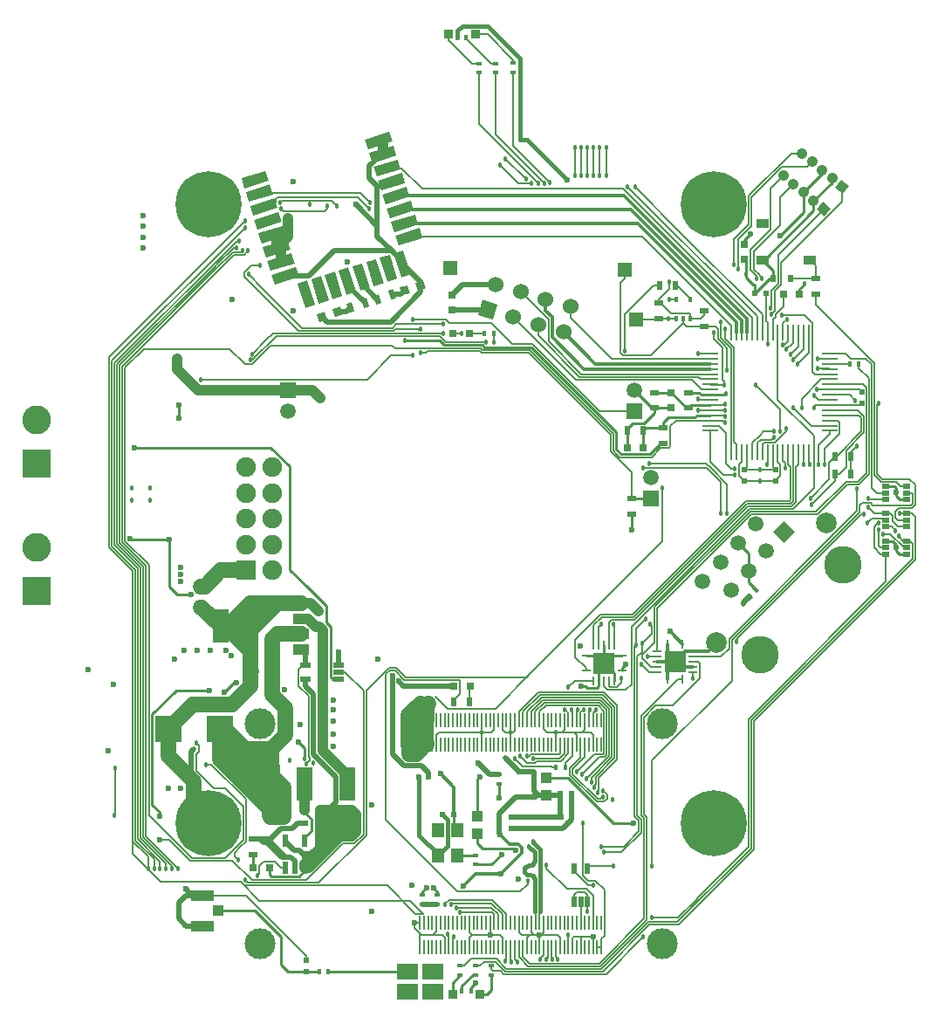
<source format=gbr>
G04 #@! TF.FileFunction,Copper,L1,Top,Signal*
%FSLAX46Y46*%
G04 Gerber Fmt 4.6, Leading zero omitted, Abs format (unit mm)*
G04 Created by KiCad (PCBNEW 4.0.4-stable) date 02/27/17 15:11:10*
%MOMM*%
%LPD*%
G01*
G04 APERTURE LIST*
%ADD10C,0.100000*%
%ADD11R,0.800100X0.500380*%
%ADD12R,2.800000X2.800000*%
%ADD13C,2.800000*%
%ADD14R,0.900000X0.500000*%
%ADD15R,1.498600X0.279400*%
%ADD16R,0.279400X1.498600*%
%ADD17R,0.500000X0.900000*%
%ADD18R,0.500000X1.000000*%
%ADD19R,0.850000X0.280000*%
%ADD20R,0.280000X0.850000*%
%ADD21R,2.050000X2.050000*%
%ADD22R,1.200000X1.400000*%
%ADD23R,0.600000X0.400000*%
%ADD24R,0.600000X0.500000*%
%ADD25R,1.500000X1.500000*%
%ADD26C,1.500000*%
%ADD27R,1.900000X1.900000*%
%ADD28C,1.900000*%
%ADD29R,0.800000X0.750000*%
%ADD30R,0.750000X0.800000*%
%ADD31R,0.800000X0.800000*%
%ADD32R,0.600000X0.550000*%
%ADD33R,1.500000X3.200000*%
%ADD34C,6.400000*%
%ADD35R,1.500000X1.000000*%
%ADD36R,1.500000X3.300000*%
%ADD37R,0.548640X1.198880*%
%ADD38R,0.420000X0.600000*%
%ADD39R,0.600000X0.800000*%
%ADD40R,1.200000X0.900000*%
%ADD41R,0.998220X1.099820*%
%ADD42R,0.200000X1.440000*%
%ADD43R,1.000000X0.500000*%
%ADD44C,1.000000*%
%ADD45R,0.500000X0.600000*%
%ADD46R,0.400000X0.600000*%
%ADD47R,2.200000X1.050000*%
%ADD48R,1.050000X1.000000*%
%ADD49R,0.850000X0.900000*%
%ADD50R,0.450000X0.500000*%
%ADD51C,3.000000*%
%ADD52R,2.550000X2.500000*%
%ADD53C,3.650000*%
%ADD54C,2.000000*%
%ADD55R,1.350000X1.350000*%
%ADD56R,2.040000X1.540000*%
%ADD57C,1.524000*%
%ADD58C,0.457200*%
%ADD59C,0.600000*%
%ADD60C,1.500000*%
%ADD61C,0.127000*%
%ADD62C,0.400000*%
%ADD63C,0.500000*%
%ADD64C,0.250000*%
%ADD65C,0.200000*%
%ADD66C,0.220000*%
%ADD67C,0.350000*%
%ADD68C,0.300000*%
%ADD69C,0.175000*%
%ADD70C,0.450000*%
G04 APERTURE END LIST*
D10*
D11*
X189749240Y-104949760D03*
X191750760Y-105600000D03*
X189749240Y-106250240D03*
X189749240Y-105600000D03*
X191750760Y-106250240D03*
X191750760Y-104949760D03*
D10*
G36*
X142441767Y-78974849D02*
X142141061Y-78021132D01*
X144477667Y-77284403D01*
X144778373Y-78238120D01*
X142441767Y-78974849D01*
X142441767Y-78974849D01*
G37*
G36*
X133364481Y-85003464D02*
X132627752Y-82666858D01*
X133581469Y-82366152D01*
X134318198Y-84702758D01*
X133364481Y-85003464D01*
X133364481Y-85003464D01*
G37*
G36*
X127487554Y-73414309D02*
X127186848Y-72460592D01*
X129523454Y-71723863D01*
X129824160Y-72677580D01*
X127487554Y-73414309D01*
X127487554Y-73414309D01*
G37*
G36*
X127908542Y-74749513D02*
X127607836Y-73795796D01*
X129944442Y-73059067D01*
X130245148Y-74012784D01*
X127908542Y-74749513D01*
X127908542Y-74749513D01*
G37*
G36*
X128329530Y-76084716D02*
X128028824Y-75130999D01*
X130365430Y-74394270D01*
X130666136Y-75347987D01*
X128329530Y-76084716D01*
X128329530Y-76084716D01*
G37*
G36*
X128750518Y-77419920D02*
X128449812Y-76466203D01*
X130786418Y-75729474D01*
X131087124Y-76683191D01*
X128750518Y-77419920D01*
X128750518Y-77419920D01*
G37*
G36*
X129171506Y-78755124D02*
X128870800Y-77801407D01*
X131207406Y-77064678D01*
X131508112Y-78018395D01*
X129171506Y-78755124D01*
X129171506Y-78755124D01*
G37*
G36*
X129592494Y-80090327D02*
X129291788Y-79136610D01*
X131628394Y-78399881D01*
X131929100Y-79353598D01*
X129592494Y-80090327D01*
X129592494Y-80090327D01*
G37*
G36*
X130013482Y-81425531D02*
X129712776Y-80471814D01*
X132049382Y-79735085D01*
X132350088Y-80688802D01*
X130013482Y-81425531D01*
X130013482Y-81425531D01*
G37*
G36*
X130434470Y-82760735D02*
X130133764Y-81807018D01*
X132470370Y-81070289D01*
X132771076Y-82024006D01*
X130434470Y-82760735D01*
X130434470Y-82760735D01*
G37*
G36*
X134699685Y-84582476D02*
X133962956Y-82245870D01*
X134916673Y-81945164D01*
X135653402Y-84281770D01*
X134699685Y-84582476D01*
X134699685Y-84582476D01*
G37*
G36*
X136034889Y-84161488D02*
X135298160Y-81824882D01*
X136251877Y-81524176D01*
X136988606Y-83860782D01*
X136034889Y-84161488D01*
X136034889Y-84161488D01*
G37*
G36*
X137370093Y-83740499D02*
X136633364Y-81403893D01*
X137587081Y-81103187D01*
X138323810Y-83439793D01*
X137370093Y-83740499D01*
X137370093Y-83740499D01*
G37*
G36*
X138705296Y-83319511D02*
X137968567Y-80982905D01*
X138922284Y-80682199D01*
X139659013Y-83018805D01*
X138705296Y-83319511D01*
X138705296Y-83319511D01*
G37*
G36*
X140040500Y-82898523D02*
X139303771Y-80561917D01*
X140257488Y-80261211D01*
X140994217Y-82597817D01*
X140040500Y-82898523D01*
X140040500Y-82898523D01*
G37*
G36*
X141375704Y-82477535D02*
X140638975Y-80140929D01*
X141592692Y-79840223D01*
X142329421Y-82176829D01*
X141375704Y-82477535D01*
X141375704Y-82477535D01*
G37*
G36*
X142710908Y-82056547D02*
X141974179Y-79719941D01*
X142927896Y-79419235D01*
X143664625Y-81755841D01*
X142710908Y-82056547D01*
X142710908Y-82056547D01*
G37*
G36*
X142020779Y-77639645D02*
X141720073Y-76685928D01*
X144056679Y-75949199D01*
X144357385Y-76902916D01*
X142020779Y-77639645D01*
X142020779Y-77639645D01*
G37*
G36*
X141599791Y-76304441D02*
X141299085Y-75350724D01*
X143635691Y-74613995D01*
X143936397Y-75567712D01*
X141599791Y-76304441D01*
X141599791Y-76304441D01*
G37*
G36*
X141178803Y-74969238D02*
X140878097Y-74015521D01*
X143214703Y-73278792D01*
X143515409Y-74232509D01*
X141178803Y-74969238D01*
X141178803Y-74969238D01*
G37*
G36*
X140757814Y-73634034D02*
X140457108Y-72680317D01*
X142793714Y-71943588D01*
X143094420Y-72897305D01*
X140757814Y-73634034D01*
X140757814Y-73634034D01*
G37*
G36*
X140336826Y-72298830D02*
X140036120Y-71345113D01*
X142372726Y-70608384D01*
X142673432Y-71562101D01*
X140336826Y-72298830D01*
X140336826Y-72298830D01*
G37*
G36*
X139915838Y-70963627D02*
X139615132Y-70009910D01*
X141951738Y-69273181D01*
X142252444Y-70226898D01*
X139915838Y-70963627D01*
X139915838Y-70963627D01*
G37*
G36*
X139494850Y-69628423D02*
X139194144Y-68674706D01*
X141530750Y-67937977D01*
X141831456Y-68891694D01*
X139494850Y-69628423D01*
X139494850Y-69628423D01*
G37*
G36*
X137680312Y-85490549D02*
X137409677Y-84632204D01*
X137886536Y-84481851D01*
X138157171Y-85340196D01*
X137680312Y-85490549D01*
X137680312Y-85490549D01*
G37*
G36*
X139110888Y-85039491D02*
X138840253Y-84181146D01*
X139317112Y-84030793D01*
X139587747Y-84889138D01*
X139110888Y-85039491D01*
X139110888Y-85039491D01*
G37*
D12*
X107340400Y-100110400D03*
D13*
X107340400Y-95910400D03*
D14*
X182925000Y-83700000D03*
X182925000Y-82200000D03*
D15*
X172702220Y-89433400D03*
X172702220Y-89933780D03*
X172702220Y-90434160D03*
X172702220Y-90934540D03*
X172702220Y-91434920D03*
X172702220Y-91932760D03*
X172702220Y-92433140D03*
X172702220Y-92933520D03*
X172702220Y-93431360D03*
X172702220Y-93931740D03*
X172702220Y-94432120D03*
X172702220Y-94929960D03*
X172702220Y-95430340D03*
X172702220Y-95930720D03*
X172702220Y-96431100D03*
X172702220Y-96931480D03*
D16*
X174752000Y-98981260D03*
X175252380Y-98981260D03*
X175752760Y-98981260D03*
X176253140Y-98981260D03*
X176753520Y-98981260D03*
X177251360Y-98981260D03*
X177751740Y-98981260D03*
X178252120Y-98981260D03*
X178749960Y-98981260D03*
X179250340Y-98981260D03*
X179750720Y-98981260D03*
X180248560Y-98981260D03*
X180748940Y-98981260D03*
X181249320Y-98981260D03*
X181749700Y-98981260D03*
X182250080Y-98981260D03*
D15*
X184299860Y-96931480D03*
X184299860Y-96431100D03*
X184299860Y-95930720D03*
X184299860Y-95430340D03*
X184299860Y-94929960D03*
X184299860Y-94432120D03*
X184299860Y-93931740D03*
X184299860Y-93431360D03*
X184299860Y-92933520D03*
X184299860Y-92433140D03*
X184299860Y-91932760D03*
X184299860Y-91434920D03*
X184299860Y-90934540D03*
X184299860Y-90434160D03*
X184299860Y-89933780D03*
X184299860Y-89433400D03*
D16*
X182250080Y-87383620D03*
X181749700Y-87383620D03*
X181249320Y-87383620D03*
X180748940Y-87383620D03*
X180248560Y-87383620D03*
X179750720Y-87383620D03*
X179250340Y-87383620D03*
X178749960Y-87383620D03*
X178252120Y-87383620D03*
X177751740Y-87383620D03*
X177251360Y-87383620D03*
X176753520Y-87383620D03*
X176253140Y-87383620D03*
X175752760Y-87383620D03*
X175252380Y-87383620D03*
X174752000Y-87383620D03*
D17*
X167775000Y-82850000D03*
X169275000Y-82850000D03*
D18*
X159475000Y-142600000D03*
X160125000Y-142600000D03*
X160775000Y-142600000D03*
X159475000Y-139400000D03*
X160775000Y-139400000D03*
D19*
X164099200Y-118709600D03*
D20*
X163374200Y-117734600D03*
X162874200Y-117734600D03*
X162374200Y-117734600D03*
X161874200Y-117734600D03*
X161374200Y-117734600D03*
D19*
X160649200Y-118709600D03*
X160649200Y-120209600D03*
X164099200Y-120209600D03*
D20*
X161374200Y-121184600D03*
X161874200Y-121184600D03*
X162374200Y-121184600D03*
X162874200Y-121184600D03*
X163374200Y-121184600D03*
D21*
X162374200Y-119459600D03*
D22*
X146275000Y-135700000D03*
X146275000Y-138100000D03*
X148175000Y-138100000D03*
X148175000Y-135700000D03*
D23*
X149925000Y-138100000D03*
X149925000Y-139000000D03*
D24*
X147800000Y-134150000D03*
X146700000Y-134150000D03*
D23*
X153592600Y-62190900D03*
X153592600Y-61290900D03*
D25*
X166900000Y-103500000D03*
D26*
X166900000Y-101500000D03*
D27*
X127675000Y-110457000D03*
D28*
X127675000Y-107957000D03*
X127675000Y-105457000D03*
X127675000Y-102957000D03*
X127675000Y-100457000D03*
X130175000Y-110457000D03*
X130175000Y-107957000D03*
X130175000Y-105457000D03*
X130175000Y-102957000D03*
X130175000Y-100457000D03*
D29*
X129934400Y-120294400D03*
X128434400Y-120294400D03*
X166142800Y-98552000D03*
X164642800Y-98552000D03*
D30*
X168921000Y-93233400D03*
X168921000Y-94733400D03*
X134670800Y-115925600D03*
X134670800Y-114425600D03*
D31*
X129926080Y-139308840D03*
X128326080Y-139308840D03*
D32*
X133407960Y-135021320D03*
X134807960Y-135021320D03*
D33*
X137495280Y-131201160D03*
X133295280Y-131201160D03*
D34*
X173001100Y-135003600D03*
X124001100Y-135003600D03*
X124001100Y-75003600D03*
X173001100Y-75003600D03*
D14*
X128320800Y-136531920D03*
X128320800Y-138031920D03*
X168097200Y-98145600D03*
X168097200Y-96645600D03*
D17*
X166166800Y-96926400D03*
X164666800Y-96926400D03*
D14*
X170550000Y-93225000D03*
X170550000Y-94725000D03*
X167295400Y-93221400D03*
X167295400Y-94721400D03*
D17*
X134819520Y-133751320D03*
X133319520Y-133751320D03*
D14*
X172100000Y-85325000D03*
X172100000Y-86825000D03*
X167675000Y-86050000D03*
X167675000Y-84550000D03*
X165049200Y-103491600D03*
X165049200Y-104991600D03*
D35*
X132975000Y-118150000D03*
X132975000Y-116650000D03*
X132975000Y-115150000D03*
X132975000Y-113650000D03*
D36*
X125175000Y-115900000D03*
D37*
X131429760Y-139273280D03*
X132379720Y-139273280D03*
X133329680Y-139273280D03*
X133329680Y-136677400D03*
X131429760Y-136677400D03*
D38*
X169425000Y-86075000D03*
X170725000Y-86075000D03*
X169425000Y-84175000D03*
X170075000Y-86075000D03*
X170725000Y-84175000D03*
D39*
X180492400Y-82135980D03*
X178792400Y-82135980D03*
D11*
X191714360Y-103621040D03*
X189712840Y-102970800D03*
X191714360Y-102320560D03*
X191714360Y-102970800D03*
X189712840Y-102320560D03*
X189712840Y-103621040D03*
D30*
X176006760Y-80343440D03*
X176006760Y-78843440D03*
X147625000Y-83750000D03*
X147625000Y-85250000D03*
D29*
X179825000Y-83667600D03*
X181325000Y-83667600D03*
D10*
G36*
X142815048Y-83812299D02*
X142574483Y-83049326D01*
X143337456Y-82808761D01*
X143578021Y-83571734D01*
X142815048Y-83812299D01*
X142815048Y-83812299D01*
G37*
G36*
X144340996Y-83331169D02*
X144100431Y-82568196D01*
X144863404Y-82327631D01*
X145103969Y-83090604D01*
X144340996Y-83331169D01*
X144340996Y-83331169D01*
G37*
G36*
X136786204Y-84906466D02*
X137026769Y-85669439D01*
X136263796Y-85910004D01*
X136023231Y-85147031D01*
X136786204Y-84906466D01*
X136786204Y-84906466D01*
G37*
G36*
X135260256Y-85387596D02*
X135500821Y-86150569D01*
X134737848Y-86391134D01*
X134497283Y-85628161D01*
X135260256Y-85387596D01*
X135260256Y-85387596D01*
G37*
D40*
X177754280Y-80355440D03*
X182354280Y-80355440D03*
X177754280Y-76855440D03*
D10*
G36*
X141911312Y-83214051D02*
X142181947Y-84072396D01*
X141705088Y-84222749D01*
X141434453Y-83364404D01*
X141911312Y-83214051D01*
X141911312Y-83214051D01*
G37*
G36*
X140480736Y-83665109D02*
X140751371Y-84523454D01*
X140274512Y-84673807D01*
X140003877Y-83815462D01*
X140480736Y-83665109D01*
X140480736Y-83665109D01*
G37*
D17*
X186334400Y-99415600D03*
X184834400Y-99415600D03*
X186322400Y-101142800D03*
X184822400Y-101142800D03*
D41*
X156748400Y-132310360D03*
X156748400Y-130613640D03*
X150075000Y-134328280D03*
X150075000Y-136025000D03*
D10*
G36*
X176987544Y-111982915D02*
X177447171Y-112368587D01*
X177190056Y-112675005D01*
X176730429Y-112289333D01*
X176987544Y-111982915D01*
X176987544Y-111982915D01*
G37*
G36*
X176409036Y-112672355D02*
X176868663Y-113058027D01*
X176611548Y-113364445D01*
X176151921Y-112978773D01*
X176409036Y-112672355D01*
X176409036Y-112672355D01*
G37*
D31*
X147739200Y-87477600D03*
X149339200Y-87477600D03*
D20*
X168515600Y-117604200D03*
D19*
X167540600Y-118329200D03*
X167540600Y-118829200D03*
X167540600Y-119329200D03*
X167540600Y-119829200D03*
X167540600Y-120329200D03*
D20*
X168515600Y-121054200D03*
X170015600Y-121054200D03*
X170015600Y-117604200D03*
D19*
X170990600Y-120329200D03*
X170990600Y-119829200D03*
X170990600Y-119329200D03*
X170990600Y-118829200D03*
X170990600Y-118329200D03*
D21*
X169265600Y-119329200D03*
D11*
X191750760Y-108925240D03*
X189749240Y-108275000D03*
X191750760Y-107624760D03*
X191750760Y-108275000D03*
X189749240Y-107624760D03*
X189749240Y-108925240D03*
D25*
X131700000Y-93000000D03*
D26*
X131700000Y-95000000D03*
D31*
X147775000Y-121675000D03*
X149375000Y-121675000D03*
D17*
X149300000Y-123225000D03*
X147800000Y-123225000D03*
D42*
X162119200Y-147015200D03*
X162119200Y-144675200D03*
X161719200Y-147015200D03*
X161719200Y-144675200D03*
X161319200Y-147015200D03*
X161319200Y-144675200D03*
X160919200Y-147015200D03*
X160919200Y-144675200D03*
X160519200Y-147015200D03*
X160519200Y-144675200D03*
X160119200Y-147015200D03*
X160119200Y-144675200D03*
X159719200Y-147015200D03*
X159719200Y-144675200D03*
X159319200Y-147015200D03*
X159319200Y-144675200D03*
X158919200Y-147015200D03*
X158919200Y-144675200D03*
X158519200Y-147015200D03*
X158519200Y-144675200D03*
X158119200Y-147015200D03*
X158119200Y-144675200D03*
X157719200Y-147015200D03*
X157719200Y-144675200D03*
X157319200Y-147015200D03*
X157319200Y-144675200D03*
X156919200Y-147015200D03*
X156919200Y-144675200D03*
X156519200Y-147015200D03*
X156519200Y-144675200D03*
X156119200Y-147015200D03*
X156119200Y-144675200D03*
X155719200Y-147015200D03*
X155719200Y-144675200D03*
X155319200Y-147015200D03*
X155319200Y-144675200D03*
X154919200Y-147015200D03*
X154919200Y-144675200D03*
X154519200Y-147015200D03*
X154519200Y-144675200D03*
X154119200Y-147015200D03*
X154119200Y-144675200D03*
X153719200Y-147015200D03*
X153719200Y-144675200D03*
X153319200Y-147015200D03*
X153319200Y-144675200D03*
X152919200Y-147015200D03*
X152919200Y-144675200D03*
X152519200Y-147015200D03*
X152519200Y-144675200D03*
X152119200Y-147015200D03*
X152119200Y-144675200D03*
X151719200Y-147015200D03*
X151719200Y-144675200D03*
X151319200Y-147015200D03*
X151319200Y-144675200D03*
X150919200Y-147015200D03*
X150919200Y-144675200D03*
X150519200Y-147015200D03*
X150519200Y-144675200D03*
X150119200Y-147015200D03*
X150119200Y-144675200D03*
X149719200Y-147015200D03*
X149719200Y-144675200D03*
X149319200Y-147015200D03*
X149319200Y-144675200D03*
X148919200Y-147015200D03*
X148919200Y-144675200D03*
X148519200Y-147015200D03*
X148519200Y-144675200D03*
X148119200Y-147015200D03*
X148119200Y-144675200D03*
X147719200Y-147015200D03*
X147719200Y-144675200D03*
X147319200Y-147015200D03*
X147319200Y-144675200D03*
X146919200Y-147015200D03*
X146919200Y-144675200D03*
X146519200Y-147015200D03*
X146519200Y-144675200D03*
X146119200Y-147015200D03*
X146119200Y-144675200D03*
X145719200Y-147015200D03*
X145719200Y-144675200D03*
X145319200Y-147015200D03*
X145319200Y-144675200D03*
X144919200Y-147015200D03*
X144919200Y-144675200D03*
X144519200Y-147015200D03*
X144519200Y-144675200D03*
D43*
X136621520Y-120985040D03*
X136621520Y-120335040D03*
X136621520Y-119685040D03*
X133421520Y-120985040D03*
X133421520Y-119685040D03*
D25*
X165300000Y-95000000D03*
D26*
X165300000Y-93000000D03*
D10*
G36*
X183746977Y-76140337D02*
X182980933Y-75497549D01*
X183623721Y-74731505D01*
X184389765Y-75374293D01*
X183746977Y-76140337D01*
X183746977Y-76140337D01*
G37*
D44*
X182712473Y-74619581D02*
X182712473Y-74619581D01*
X181739596Y-73803240D02*
X181739596Y-73803240D01*
X180766720Y-72986900D02*
X180766720Y-72986900D01*
X179793843Y-72170560D02*
X179793843Y-72170560D01*
D10*
G36*
X185537508Y-73985956D02*
X184771464Y-73343168D01*
X185414252Y-72577124D01*
X186180296Y-73219912D01*
X185537508Y-73985956D01*
X185537508Y-73985956D01*
G37*
D44*
X184503004Y-72465200D02*
X184503004Y-72465200D01*
X183530127Y-71648859D02*
X183530127Y-71648859D01*
X182557251Y-70832519D02*
X182557251Y-70832519D01*
X181584374Y-70016179D02*
X181584374Y-70016179D01*
D45*
X133502400Y-149402800D03*
X133502400Y-148302800D03*
D46*
X134728800Y-149402800D03*
X135628800Y-149402800D03*
D47*
X123400000Y-144950000D03*
X123400000Y-142000000D03*
D48*
X124925000Y-143475000D03*
D49*
X150350000Y-151600000D03*
X147700000Y-151600000D03*
D50*
X149450000Y-151250000D03*
X148600000Y-151250000D03*
D49*
X147275000Y-58450000D03*
X149925000Y-58450000D03*
D50*
X148175000Y-58800000D03*
X149025000Y-58800000D03*
D42*
X144512142Y-125040000D03*
X144512142Y-127380000D03*
X144912142Y-125040000D03*
X144912142Y-127380000D03*
X145312142Y-125040000D03*
X145312142Y-127380000D03*
X145712142Y-125040000D03*
X145712142Y-127380000D03*
X146112142Y-125040000D03*
X146112142Y-127380000D03*
X146512142Y-125040000D03*
X146512142Y-127380000D03*
X146912142Y-125040000D03*
X146912142Y-127380000D03*
X147312142Y-125040000D03*
X147312142Y-127380000D03*
X147712142Y-125040000D03*
X147712142Y-127380000D03*
X148112142Y-125040000D03*
X148112142Y-127380000D03*
X148512142Y-125040000D03*
X148512142Y-127380000D03*
X148912142Y-125040000D03*
X148912142Y-127380000D03*
X149312142Y-125040000D03*
X149312142Y-127380000D03*
X149712142Y-125040000D03*
X149712142Y-127380000D03*
X150112142Y-125040000D03*
X150112142Y-127380000D03*
X150512142Y-125040000D03*
X150512142Y-127380000D03*
X150912142Y-125040000D03*
X150912142Y-127380000D03*
X151312142Y-125040000D03*
X151312142Y-127380000D03*
X151712142Y-125040000D03*
X151712142Y-127380000D03*
X152112142Y-125040000D03*
X152112142Y-127380000D03*
X152512142Y-125040000D03*
X152512142Y-127380000D03*
X152912142Y-125040000D03*
X152912142Y-127380000D03*
X153312142Y-125040000D03*
X153312142Y-127380000D03*
X153712142Y-125040000D03*
X153712142Y-127380000D03*
X154112142Y-125040000D03*
X154112142Y-127380000D03*
X154512142Y-125040000D03*
X154512142Y-127380000D03*
X154912142Y-125040000D03*
X154912142Y-127380000D03*
X155312142Y-125040000D03*
X155312142Y-127380000D03*
X155712142Y-125040000D03*
X155712142Y-127380000D03*
X156112142Y-125040000D03*
X156112142Y-127380000D03*
X156512142Y-125040000D03*
X156512142Y-127380000D03*
X156912142Y-125040000D03*
X156912142Y-127380000D03*
X157312142Y-125040000D03*
X157312142Y-127380000D03*
X157712142Y-125040000D03*
X157712142Y-127380000D03*
X158112142Y-125040000D03*
X158112142Y-127380000D03*
X158512142Y-125040000D03*
X158512142Y-127380000D03*
X158912142Y-125040000D03*
X158912142Y-127380000D03*
X159312142Y-125040000D03*
X159312142Y-127380000D03*
X159712142Y-125040000D03*
X159712142Y-127380000D03*
X160112142Y-125040000D03*
X160112142Y-127380000D03*
X160512142Y-125040000D03*
X160512142Y-127380000D03*
X160912142Y-125040000D03*
X160912142Y-127380000D03*
X161312142Y-125040000D03*
X161312142Y-127380000D03*
X161712142Y-125040000D03*
X161712142Y-127380000D03*
X162112142Y-125040000D03*
X162112142Y-127380000D03*
D51*
X168021000Y-125343000D03*
X168021000Y-146703000D03*
X129001000Y-146703000D03*
X129001000Y-125343000D03*
D52*
X125125000Y-125875000D03*
X120075000Y-125875000D03*
D23*
X151425000Y-148825000D03*
X151425000Y-149725000D03*
X148425000Y-148825000D03*
X148425000Y-149725000D03*
X149925000Y-148825000D03*
X149925000Y-149725000D03*
X150217600Y-62215900D03*
X150217600Y-61315900D03*
X151892600Y-62215900D03*
X151892600Y-61315900D03*
D46*
X151674400Y-87477600D03*
X150774400Y-87477600D03*
D45*
X179019200Y-100694400D03*
X179019200Y-101794400D03*
X187416440Y-93207660D03*
X187416440Y-94307660D03*
D24*
X176999720Y-83619340D03*
X178099720Y-83619340D03*
D45*
X175982540Y-100745200D03*
X175982540Y-101845200D03*
D23*
X146151964Y-142852200D03*
X146151964Y-141952200D03*
X144781564Y-141950000D03*
X144781564Y-142850000D03*
X152175000Y-131150000D03*
X152175000Y-130250000D03*
D12*
X107340400Y-112454800D03*
D13*
X107340400Y-108254800D03*
D41*
X123225000Y-113946720D03*
X123225000Y-112250000D03*
D46*
X187125000Y-90424000D03*
X186225000Y-90424000D03*
X158634000Y-129540000D03*
X157734000Y-129540000D03*
D24*
X158123400Y-133237000D03*
X159223400Y-133237000D03*
D45*
X157023400Y-134437000D03*
X157023400Y-135537000D03*
D24*
X158123400Y-132087000D03*
X159223400Y-132087000D03*
D45*
X158198400Y-134437000D03*
X158198400Y-135537000D03*
X154598400Y-134437000D03*
X154598400Y-135537000D03*
X153423400Y-134437000D03*
X153423400Y-135537000D03*
X155848400Y-134437000D03*
X155848400Y-135537000D03*
D53*
X177504083Y-118687568D03*
X185523338Y-109936086D03*
D10*
G36*
X179788733Y-105684980D02*
X180894649Y-106698366D01*
X179881263Y-107804282D01*
X178775347Y-106790896D01*
X179788733Y-105684980D01*
X179788733Y-105684980D01*
G37*
D26*
X177104314Y-105964974D03*
X178118999Y-108617315D03*
X175388315Y-107837659D03*
X176403000Y-110490000D03*
X173672316Y-109710343D03*
X174687001Y-112362684D03*
X171956317Y-111583027D03*
D54*
X173322051Y-117493526D03*
X183962597Y-105881408D03*
D55*
X164425000Y-81325000D03*
X165525000Y-86175000D03*
X147500000Y-81125000D03*
D56*
X143305200Y-149402800D03*
X143305200Y-151332800D03*
X145745200Y-151332800D03*
X145745200Y-149402800D03*
D10*
G36*
X151637000Y-86125443D02*
X150175759Y-85692604D01*
X150608598Y-84231363D01*
X152069839Y-84664202D01*
X151637000Y-86125443D01*
X151637000Y-86125443D01*
G37*
D57*
X151844198Y-82743001D03*
X153558201Y-85899802D03*
X154279600Y-83464400D03*
X155993603Y-86621201D03*
X156715002Y-84185799D03*
X158429005Y-87342600D03*
X159150404Y-84907198D03*
D58*
X188041054Y-104357864D03*
D59*
X138277600Y-75006200D03*
D58*
X134154998Y-129178913D03*
D59*
X158900000Y-135000000D03*
D58*
X131905000Y-128924244D03*
D59*
X160175000Y-121725000D03*
X165050000Y-106525000D03*
X132925000Y-125425000D03*
X136625000Y-118397999D03*
D58*
X129329701Y-136825000D03*
D59*
X120975000Y-90985390D03*
X120975000Y-89975000D03*
D58*
X134803600Y-93750000D03*
D59*
X112350000Y-120125000D03*
X114299992Y-127932000D03*
D58*
X118324000Y-102487000D03*
X118324000Y-103687000D03*
X116524000Y-103687000D03*
X116524000Y-102487000D03*
X181850000Y-82700000D03*
D59*
X179500000Y-77975000D03*
X176575000Y-77875000D03*
D58*
X168669398Y-82475000D03*
X182725000Y-94656094D03*
D59*
X143950000Y-144650000D03*
X190750000Y-108275000D03*
D58*
X157700000Y-126200000D03*
X153300000Y-126200000D03*
X150525000Y-126200000D03*
X160775000Y-143525000D03*
X177475000Y-101825000D03*
X178250000Y-88550000D03*
D59*
X190725000Y-102925000D03*
X139850000Y-133221639D03*
D58*
X171500800Y-93827600D03*
D59*
X154076400Y-140411200D03*
X151333200Y-145846800D03*
X156057600Y-145846800D03*
X161329604Y-145964068D03*
X150150000Y-129150000D03*
X144425074Y-130548735D03*
X121775000Y-141375000D03*
D58*
X122575000Y-127825000D03*
D59*
X131400000Y-122000000D03*
D58*
X174091600Y-95529403D03*
X174091600Y-94360997D03*
D59*
X120142000Y-131572000D03*
X121285000Y-131572000D03*
D58*
X183100000Y-90925000D03*
X174332900Y-91064603D03*
X168650000Y-86050000D03*
X178555320Y-85075000D03*
X177725000Y-82175000D03*
X177137061Y-82200000D03*
X133500000Y-129245558D03*
D59*
X126700000Y-121350191D03*
X125513615Y-122294261D03*
D58*
X174091600Y-96113606D03*
X122832871Y-127197508D03*
X168050000Y-102450000D03*
X128723102Y-140101898D03*
X127541151Y-140483849D03*
X171502514Y-94949740D03*
X174091600Y-94945200D03*
X180150000Y-86150000D03*
X179596058Y-85728942D03*
D59*
X119225000Y-134352002D03*
X124100000Y-122100000D03*
D58*
X114828001Y-134235001D03*
X114935000Y-129667000D03*
D59*
X126205000Y-118735838D03*
X114750000Y-121575000D03*
X120744000Y-119116838D03*
X125682311Y-118213149D03*
X124200000Y-118213149D03*
X122875000Y-118213149D03*
X121647689Y-118213149D03*
X116789000Y-98550000D03*
X119285000Y-136575000D03*
D58*
X179436455Y-96995847D03*
X177100000Y-92525000D03*
X188041044Y-103519663D03*
X178602622Y-85657284D03*
X173045109Y-87406429D03*
X174085084Y-92487786D03*
X165392100Y-73296282D03*
X139708391Y-74834555D03*
X164667552Y-73232181D03*
X139623800Y-75412600D03*
D59*
X154133611Y-130003611D03*
X155675000Y-132475000D03*
D58*
X175948401Y-113718401D03*
X152806400Y-128676400D03*
D59*
X152200000Y-134625000D03*
X152275699Y-136081072D03*
X152403027Y-139878461D03*
X148700000Y-141125000D03*
X153825000Y-137617000D03*
X150302000Y-130475000D03*
D58*
X152260300Y-71145400D03*
X155324784Y-72960545D03*
X166144100Y-100495100D03*
X182400000Y-103500000D03*
X165455600Y-117754400D03*
X162080600Y-137309117D03*
X166448390Y-115163600D03*
X173700000Y-104975000D03*
X154851100Y-72541435D03*
X152819100Y-70561200D03*
X166751000Y-100076000D03*
X174328670Y-104939027D03*
X182514571Y-104072858D03*
X162380900Y-137810227D03*
X166867490Y-115685550D03*
X166053586Y-117562814D03*
D59*
X152425000Y-138050000D03*
X145877003Y-141250000D03*
X145150000Y-141250000D03*
X152175000Y-132575000D03*
D58*
X133324020Y-128688492D03*
D59*
X132715000Y-127124242D03*
D58*
X159798974Y-123998725D03*
X160425000Y-123964398D03*
X189038071Y-94300000D03*
X186750000Y-93976520D03*
X146812000Y-86575900D03*
X183100000Y-89925000D03*
X127900000Y-81775000D03*
X133800000Y-75006451D03*
D59*
X168808400Y-116382800D03*
X160070800Y-117805200D03*
D58*
X163200000Y-132700000D03*
D59*
X145325000Y-130547998D03*
X143697990Y-141045979D03*
X142450000Y-121225000D03*
X141850000Y-120650000D03*
X140425000Y-119050000D03*
X136140001Y-127508000D03*
X136140001Y-126390001D03*
X136100000Y-125125000D03*
X136100000Y-123952000D03*
X136100000Y-123063000D03*
X143475000Y-128300000D03*
X143425000Y-127500000D03*
X145375000Y-123375000D03*
X144550000Y-123375000D03*
X117675000Y-79200000D03*
X117650000Y-76050000D03*
X117650000Y-77100000D03*
X117675000Y-78150000D03*
D58*
X182775000Y-93525000D03*
X144564100Y-89373000D03*
X144576800Y-87041649D03*
X129019300Y-80899000D03*
X164395415Y-89154585D03*
D59*
X120200000Y-107448000D03*
X121151429Y-95752000D03*
X121127000Y-94450000D03*
X122298889Y-112800000D03*
X116400013Y-107400000D03*
D58*
X187611839Y-105000000D03*
X175209265Y-117348603D03*
X178852696Y-97018572D03*
X170992800Y-120904000D03*
X186929675Y-102530349D03*
X178829972Y-97602331D03*
X143052800Y-88133859D03*
D59*
X139875000Y-143575000D03*
X130194999Y-130424245D03*
X130624990Y-131572000D03*
X129921000Y-131574804D03*
X130624990Y-133029168D03*
X129921000Y-133604000D03*
X131257040Y-133661218D03*
X131257040Y-134366000D03*
X130008060Y-134405940D03*
X132199562Y-85305000D03*
X137454033Y-80572262D03*
X121325000Y-111575000D03*
X121325000Y-110875000D03*
X121325000Y-110175000D03*
X158800800Y-72593200D03*
X132180067Y-72736812D03*
D58*
X131724400Y-76314300D03*
X176168194Y-81764892D03*
X126875000Y-138575000D03*
X123750000Y-129296370D03*
X148525000Y-87475000D03*
X168700000Y-84175000D03*
D59*
X145475000Y-142904000D03*
D58*
X186916757Y-98458243D03*
D59*
X126300000Y-84175000D03*
D58*
X174175000Y-93350000D03*
X177475000Y-100725000D03*
X183025000Y-92925000D03*
X161341822Y-140971022D03*
D59*
X146507200Y-130200400D03*
X164451180Y-119610696D03*
X165250000Y-135000000D03*
X149925000Y-150475000D03*
X138348720Y-135803640D03*
X138343640Y-134965440D03*
X138333480Y-134147560D03*
X137598001Y-136255760D03*
X137598001Y-135453120D03*
X137598001Y-134599680D03*
X137601960Y-133715760D03*
D58*
X156798319Y-139050000D03*
X154975000Y-140575000D03*
X163300000Y-139175000D03*
X167050000Y-139175000D03*
X174991666Y-80833833D03*
X173718219Y-86395668D03*
X175419912Y-81231195D03*
X174137319Y-87100000D03*
X158891508Y-121818400D03*
X154894810Y-128455602D03*
X166573200Y-118821200D03*
X155490920Y-128709601D03*
X162102800Y-115685549D03*
X154256584Y-128452814D03*
X153691824Y-128705376D03*
X163293300Y-115685549D03*
X164033200Y-120904000D03*
X161009570Y-124027738D03*
X166027100Y-119585836D03*
X161625000Y-123964398D03*
X157909203Y-148175000D03*
X178225000Y-100238800D03*
X157325000Y-148175000D03*
X179951801Y-100550000D03*
X156740797Y-148175000D03*
X181141485Y-90453963D03*
X160155513Y-69435223D03*
X160150000Y-72199283D03*
X156156594Y-148175000D03*
X180771614Y-90001761D03*
X160750000Y-69437012D03*
X160750000Y-72199283D03*
X158554468Y-123964398D03*
X161375000Y-72199283D03*
X161375000Y-69437012D03*
X180485344Y-89492506D03*
X159215237Y-124028101D03*
X161975000Y-69437012D03*
X161975000Y-72199283D03*
X180093479Y-89059223D03*
X161444196Y-131527818D03*
X179755800Y-88582500D03*
X162575000Y-69437012D03*
X162575000Y-72199283D03*
X161750052Y-132025558D03*
X160274127Y-130244770D03*
X159550000Y-72199283D03*
X159550000Y-69437012D03*
X171513500Y-89420700D03*
X160325000Y-135000000D03*
X159761001Y-129965497D03*
X183147404Y-100175000D03*
X161140325Y-131028865D03*
X181725000Y-100200000D03*
X160704549Y-130639775D03*
X182309203Y-100200000D03*
X183750000Y-100175000D03*
X128207499Y-89492501D03*
X146796895Y-87460749D03*
X181550000Y-94656093D03*
X143802100Y-86156800D03*
X143800000Y-89600000D03*
X123205900Y-91950000D03*
X150952200Y-88322880D03*
X128032445Y-90049858D03*
X180705449Y-94656094D03*
X153390828Y-148455900D03*
X153975000Y-148450000D03*
X126722283Y-79164566D03*
X119886595Y-139373611D03*
X148030692Y-143168537D03*
X152784912Y-148390088D03*
X126961900Y-78524100D03*
X119303590Y-139410989D03*
X148425000Y-143599598D03*
X127857149Y-79482849D03*
X146965797Y-142832600D03*
X121075000Y-139373611D03*
X127273998Y-79418576D03*
X120470798Y-139373611D03*
X147550000Y-142832600D03*
X162301637Y-131833085D03*
X162250001Y-132425000D03*
X155500284Y-136799716D03*
X155049716Y-137250284D03*
X190664199Y-106617007D03*
X151675000Y-88322880D03*
X158925000Y-145850000D03*
X155989728Y-72975001D03*
X167014394Y-144155900D03*
X166188654Y-146013655D03*
X188993588Y-105840556D03*
X157149800Y-72821800D03*
X190960364Y-107146938D03*
X156568776Y-72897575D03*
X191093234Y-104937891D03*
X175045692Y-100586550D03*
X188994448Y-106525141D03*
X175049939Y-101175000D03*
X189425000Y-106950000D03*
X187901376Y-105850000D03*
X180075000Y-96764344D03*
X130962400Y-74790300D03*
X136460634Y-75100435D03*
X127555035Y-76605883D03*
X118135371Y-139400771D03*
X147775000Y-145975000D03*
X131038600Y-75399900D03*
X135483600Y-75097998D03*
X127528059Y-77225556D03*
X118719560Y-139396840D03*
X147225000Y-145750802D03*
D44*
X128100000Y-119175000D02*
X128100000Y-119960000D01*
X128100000Y-119960000D02*
X128434400Y-120294400D01*
D60*
X128100000Y-119989600D02*
X128100000Y-118761200D01*
X125704400Y-115900000D02*
X128100000Y-118295600D01*
X128100000Y-118295600D02*
X128100000Y-119175000D01*
X125175000Y-115900000D02*
X125704400Y-115900000D01*
D44*
X132975000Y-113650000D02*
X133895200Y-113650000D01*
X133895200Y-113650000D02*
X134670800Y-114425600D01*
D61*
X123400000Y-142000000D02*
X127626600Y-142000000D01*
X127626600Y-142000000D02*
X133502400Y-147875800D01*
X133502400Y-147875800D02*
X133502400Y-148302800D01*
X189749240Y-104949760D02*
X190124760Y-104949760D01*
X190350000Y-105175000D02*
X190350000Y-105710110D01*
X190124760Y-104949760D02*
X190350000Y-105175000D01*
X190350000Y-105710110D02*
X190890130Y-106250240D01*
X190890130Y-106250240D02*
X191750760Y-106250240D01*
X189749240Y-104949760D02*
X188632950Y-104949760D01*
X188632950Y-104949760D02*
X188041054Y-104357864D01*
D62*
X146275000Y-138100000D02*
X146275000Y-138000000D01*
X146275000Y-138000000D02*
X144425074Y-136150074D01*
X144425074Y-136150074D02*
X144425074Y-130972999D01*
X144425074Y-130972999D02*
X144425074Y-130548735D01*
D63*
X147625000Y-85250000D02*
X151051202Y-85250000D01*
X151051202Y-85250000D02*
X151122799Y-85178403D01*
X140360400Y-78074756D02*
X140360400Y-77089000D01*
X140360400Y-77089000D02*
X138277600Y-75006200D01*
X141748857Y-79463213D02*
X140360400Y-78074756D01*
X140360400Y-78074756D02*
X140360400Y-73202800D01*
X131452420Y-81915512D02*
X133760140Y-81915512D01*
X133760140Y-81915512D02*
X136212439Y-79463213D01*
X136212439Y-79463213D02*
X141748857Y-79463213D01*
X141748857Y-79463213D02*
X142819402Y-80533758D01*
X142819402Y-80533758D02*
X142819402Y-80737891D01*
X144602200Y-82829400D02*
X144602200Y-83464400D01*
X144602200Y-83464400D02*
X141681200Y-86385400D01*
X141681200Y-86385400D02*
X135495087Y-86385400D01*
X135495087Y-86385400D02*
X134999052Y-85889365D01*
X144602200Y-82829400D02*
X144602200Y-82520689D01*
X144602200Y-82520689D02*
X142819402Y-80737891D01*
X141775764Y-72788811D02*
X141571632Y-72788811D01*
X141571632Y-72788811D02*
X141157643Y-73202800D01*
X141157643Y-73202800D02*
X140360400Y-73202800D01*
X139623800Y-72466200D02*
X140360400Y-73202800D01*
X139623800Y-71224258D02*
X139623800Y-72466200D01*
X140933788Y-70118404D02*
X140729654Y-70118404D01*
X140729654Y-70118404D02*
X139623800Y-71224258D01*
D44*
X140933788Y-70118404D02*
X140933788Y-69204188D01*
X140933788Y-69204188D02*
X140512800Y-68783200D01*
D61*
X132375528Y-81831128D02*
X132344400Y-81800000D01*
X142975000Y-72593578D02*
X142606422Y-72225000D01*
X142656862Y-72868972D02*
X142656862Y-72868138D01*
D63*
X159223400Y-133237000D02*
X159223400Y-132087000D01*
X159223400Y-133237000D02*
X159223400Y-134676600D01*
X159223400Y-134676600D02*
X158900000Y-135000000D01*
X158198400Y-135537000D02*
X158363000Y-135537000D01*
X158363000Y-135537000D02*
X158900000Y-135000000D01*
X157023400Y-135537000D02*
X158198400Y-135537000D01*
X155848400Y-135537000D02*
X157023400Y-135537000D01*
X154598400Y-135537000D02*
X155848400Y-135537000D01*
X153423400Y-135537000D02*
X154598400Y-135537000D01*
D62*
X147202001Y-137172999D02*
X146275000Y-138100000D01*
X147202001Y-137172999D02*
X147202001Y-134652001D01*
X147202001Y-134652001D02*
X146700000Y-134150000D01*
D64*
X161874200Y-121184600D02*
X161874200Y-121703202D01*
X161874200Y-121703202D02*
X161715801Y-121861601D01*
X161715801Y-121861601D02*
X160735865Y-121861601D01*
X160735865Y-121861601D02*
X160599264Y-121725000D01*
X160599264Y-121725000D02*
X160175000Y-121725000D01*
X165049200Y-104991600D02*
X165049200Y-106524200D01*
X165049200Y-106524200D02*
X165050000Y-106525000D01*
D63*
X136621520Y-119685040D02*
X136621520Y-118401479D01*
X136621520Y-118401479D02*
X136625000Y-118397999D01*
X129329701Y-136825000D02*
X129652990Y-136825000D01*
X129652990Y-136825000D02*
X131124829Y-138296839D01*
X131124829Y-138296839D02*
X132005681Y-138296839D01*
X128320800Y-136531920D02*
X129036621Y-136531920D01*
X129036621Y-136531920D02*
X129329701Y-136825000D01*
X129731918Y-136531920D02*
X128320800Y-136531920D01*
D44*
X120975000Y-89975000D02*
X120975000Y-90985390D01*
X131700000Y-93000000D02*
X122989610Y-93000000D01*
X122989610Y-93000000D02*
X120975000Y-90985390D01*
X131700000Y-93000000D02*
X134053600Y-93000000D01*
X134053600Y-93000000D02*
X134803600Y-93750000D01*
D60*
X125175000Y-115900000D02*
X125175000Y-115896720D01*
X125175000Y-115896720D02*
X123332201Y-114053921D01*
X123332201Y-114053921D02*
X123225000Y-114053921D01*
D64*
X181325000Y-83667600D02*
X181325000Y-83225000D01*
X181325000Y-83225000D02*
X181850000Y-82700000D01*
X181739596Y-73803240D02*
X181739596Y-75735404D01*
X181739596Y-75735404D02*
X179500000Y-77975000D01*
X176006760Y-78843440D02*
X176006760Y-78443240D01*
X176006760Y-78443240D02*
X176575000Y-77875000D01*
D61*
X168669398Y-82475000D02*
X168669398Y-82700000D01*
X167675000Y-84550000D02*
X167675000Y-84173000D01*
X167675000Y-84173000D02*
X168669398Y-83178602D01*
X168669398Y-83178602D02*
X168669398Y-82700000D01*
X167875000Y-84550000D02*
X167675000Y-84550000D01*
D65*
X178252120Y-87383620D02*
X178252120Y-86434320D01*
X178252120Y-86434320D02*
X178099720Y-86281920D01*
X178099720Y-86281920D02*
X178099720Y-83619340D01*
X182725000Y-94656094D02*
X182948974Y-94432120D01*
X182948974Y-94432120D02*
X184299860Y-94432120D01*
X144519200Y-144675200D02*
X143975200Y-144675200D01*
X143975200Y-144675200D02*
X143950000Y-144650000D01*
X144275000Y-145450000D02*
X143950000Y-145125000D01*
X143950000Y-145125000D02*
X143950000Y-144650000D01*
X144519200Y-145694200D02*
X144275000Y-145450000D01*
X145135600Y-145846800D02*
X144671800Y-145846800D01*
X144671800Y-145846800D02*
X144275000Y-145450000D01*
X144519200Y-147015200D02*
X144519200Y-145694200D01*
D66*
X190399290Y-107624760D02*
X189749240Y-107624760D01*
X190399290Y-107624760D02*
X190750000Y-107975470D01*
X190750000Y-108275000D02*
X190750000Y-107975470D01*
D64*
X191750760Y-108925240D02*
X191100710Y-108925240D01*
X191100710Y-108925240D02*
X190750000Y-108574530D01*
X190750000Y-108574530D02*
X190750000Y-108275000D01*
D65*
X160272142Y-126200000D02*
X159900000Y-126200000D01*
X159900000Y-126200000D02*
X159100000Y-126200000D01*
X161052142Y-126200000D02*
X159900000Y-126200000D01*
X161312142Y-127380000D02*
X161312142Y-126460000D01*
X161312142Y-126460000D02*
X161052142Y-126200000D01*
X159452142Y-126200000D02*
X159100000Y-126200000D01*
X159100000Y-126200000D02*
X158023289Y-126200000D01*
X160512142Y-125040000D02*
X160512142Y-125960000D01*
X160512142Y-125960000D02*
X160272142Y-126200000D01*
X159712142Y-127380000D02*
X159712142Y-126460000D01*
X159712142Y-126460000D02*
X159452142Y-126200000D01*
X158023289Y-126200000D02*
X157700000Y-126200000D01*
X158512142Y-125040000D02*
X158512142Y-125960000D01*
X158512142Y-125960000D02*
X158272142Y-126200000D01*
X158272142Y-126200000D02*
X158023289Y-126200000D01*
X156512142Y-125040000D02*
X156512142Y-125868602D01*
X156512142Y-125868602D02*
X156843540Y-126200000D01*
X156843540Y-126200000D02*
X157376711Y-126200000D01*
X157376711Y-126200000D02*
X157700000Y-126200000D01*
X157712142Y-127380000D02*
X157712142Y-126212142D01*
X157712142Y-126212142D02*
X157700000Y-126200000D01*
X152512142Y-125040000D02*
X152512142Y-125960000D01*
X152752142Y-126200000D02*
X152976711Y-126200000D01*
X152512142Y-125960000D02*
X152752142Y-126200000D01*
X152976711Y-126200000D02*
X153300000Y-126200000D01*
X153312142Y-127380000D02*
X153312142Y-126212142D01*
X153312142Y-126212142D02*
X153300000Y-126200000D01*
X153312142Y-125040000D02*
X153312142Y-126187858D01*
X153312142Y-126187858D02*
X153300000Y-126200000D01*
X153300000Y-126200000D02*
X153523289Y-126200000D01*
X153523289Y-126200000D02*
X153712142Y-126011147D01*
X153712142Y-126011147D02*
X153712142Y-125040000D01*
X153200000Y-126200000D02*
X153312142Y-126312142D01*
X153312142Y-126312142D02*
X153312142Y-127380000D01*
X153200000Y-126200000D02*
X153523289Y-126200000D01*
X153312142Y-125040000D02*
X153312142Y-126087858D01*
X153312142Y-126087858D02*
X153200000Y-126200000D01*
X153200000Y-126200000D02*
X152752142Y-126200000D01*
X151712142Y-125040000D02*
X151712142Y-125960000D01*
X151712142Y-125960000D02*
X151472142Y-126200000D01*
X151472142Y-126200000D02*
X150848289Y-126200000D01*
X150848289Y-126200000D02*
X150525000Y-126200000D01*
X150512142Y-127380000D02*
X150512142Y-126212858D01*
X150512142Y-126212858D02*
X150525000Y-126200000D01*
X150512142Y-125040000D02*
X150512142Y-126187142D01*
X150512142Y-126187142D02*
X150525000Y-126200000D01*
X146112142Y-127380000D02*
X146112142Y-126460000D01*
X150201711Y-126200000D02*
X150525000Y-126200000D01*
X146112142Y-126460000D02*
X146372142Y-126200000D01*
X146372142Y-126200000D02*
X150201711Y-126200000D01*
D61*
X160775000Y-142600000D02*
X160775000Y-143525000D01*
D65*
X179019200Y-101794400D02*
X177505600Y-101794400D01*
X177505600Y-101794400D02*
X177475000Y-101825000D01*
X175982540Y-101845200D02*
X177454800Y-101845200D01*
X177454800Y-101845200D02*
X177475000Y-101825000D01*
X184299860Y-94432120D02*
X186292880Y-94432120D01*
D61*
X178252120Y-87383620D02*
X178252120Y-88547880D01*
X178252120Y-88547880D02*
X178250000Y-88550000D01*
D64*
X190725000Y-102925000D02*
X190725000Y-102500736D01*
X190725000Y-102500736D02*
X190544824Y-102320560D01*
X190544824Y-102320560D02*
X190362890Y-102320560D01*
X189712840Y-102320560D02*
X190362890Y-102320560D01*
X191714360Y-103621040D02*
X191064310Y-103621040D01*
X191064310Y-103621040D02*
X190725000Y-103281730D01*
X190725000Y-103281730D02*
X190725000Y-102925000D01*
D61*
X167875000Y-84550000D02*
X168909499Y-85584499D01*
X168909499Y-85584499D02*
X170661499Y-85584499D01*
X170661499Y-85584499D02*
X170725000Y-85648000D01*
X170725000Y-85648000D02*
X170725000Y-86075000D01*
X170725000Y-86075000D02*
X171727000Y-86075000D01*
X171727000Y-86075000D02*
X172100000Y-85702000D01*
X172100000Y-85702000D02*
X172100000Y-85325000D01*
D67*
X167295400Y-94721400D02*
X167021400Y-94721400D01*
X167021400Y-94721400D02*
X165300000Y-93000000D01*
D64*
X164666800Y-96926400D02*
X164666800Y-98528000D01*
X164666800Y-98528000D02*
X164642800Y-98552000D01*
X167295400Y-94721400D02*
X167295400Y-95221400D01*
X167295400Y-95221400D02*
X166292401Y-96224399D01*
X166292401Y-96224399D02*
X165168801Y-96224399D01*
X165168801Y-96224399D02*
X164666800Y-96726400D01*
X164666800Y-96726400D02*
X164666800Y-96926400D01*
X168921000Y-94733400D02*
X167307400Y-94733400D01*
X167307400Y-94733400D02*
X167295400Y-94721400D01*
X181739596Y-73803240D02*
X183530127Y-72012709D01*
X183530127Y-72012709D02*
X183530127Y-71648859D01*
D61*
X172702220Y-93931740D02*
X171604940Y-93931740D01*
X171604940Y-93931740D02*
X171500800Y-93827600D01*
D65*
X184299860Y-94432120D02*
X187291980Y-94432120D01*
X187291980Y-94432120D02*
X187416440Y-94307660D01*
X179019200Y-101794400D02*
X179019200Y-101744400D01*
X179019200Y-101744400D02*
X179496201Y-101267399D01*
X179496201Y-101267399D02*
X179496201Y-100176421D01*
X179496201Y-100176421D02*
X179250340Y-99930560D01*
X179250340Y-99930560D02*
X179250340Y-98981260D01*
X175982540Y-101845200D02*
X175982540Y-101795200D01*
X175982540Y-101795200D02*
X175505539Y-101318199D01*
X175505539Y-101318199D02*
X175505539Y-100177781D01*
X175505539Y-100177781D02*
X175752760Y-99930560D01*
X175752760Y-99930560D02*
X175752760Y-98981260D01*
D68*
X170990600Y-118329200D02*
X172486377Y-118329200D01*
X172486377Y-118329200D02*
X173322051Y-117493526D01*
X170990600Y-119829200D02*
X169765600Y-119829200D01*
X169765600Y-119829200D02*
X169265600Y-119329200D01*
X168515600Y-121054200D02*
X168515600Y-120079200D01*
X168515600Y-120079200D02*
X169265600Y-119329200D01*
X167540600Y-119329200D02*
X169265600Y-119329200D01*
X168515600Y-117604200D02*
X168515600Y-118579200D01*
X168515600Y-118579200D02*
X169265600Y-119329200D01*
X170990600Y-118329200D02*
X170265600Y-118329200D01*
X170265600Y-118329200D02*
X169265600Y-119329200D01*
D65*
X146670800Y-145846800D02*
X145135600Y-145846800D01*
X146119200Y-144675200D02*
X146119200Y-145503802D01*
X146119200Y-145503802D02*
X145776202Y-145846800D01*
X145776202Y-145846800D02*
X145135600Y-145846800D01*
X146919200Y-147015200D02*
X146919200Y-146095200D01*
X146919200Y-146095200D02*
X146670800Y-145846800D01*
X151333200Y-145846800D02*
X150063200Y-145846800D01*
X149319200Y-147015200D02*
X149319200Y-146095200D01*
X150063200Y-145846800D02*
X149570800Y-145846800D01*
X149319200Y-146095200D02*
X149567600Y-145846800D01*
X149567600Y-145846800D02*
X150063200Y-145846800D01*
X149570800Y-145846800D02*
X149319200Y-145595200D01*
X149319200Y-145595200D02*
X149319200Y-144675200D01*
X151319200Y-144675200D02*
X151319200Y-145832800D01*
X151319200Y-145832800D02*
X151333200Y-145846800D01*
X152519200Y-147015200D02*
X152519200Y-146095200D01*
X152519200Y-146095200D02*
X152270800Y-145846800D01*
X152270800Y-145846800D02*
X151333200Y-145846800D01*
X155167600Y-145846800D02*
X155346400Y-145846800D01*
X155346400Y-145846800D02*
X155633336Y-145846800D01*
X154119200Y-144675200D02*
X154119200Y-145595200D01*
X154119200Y-145595200D02*
X154370800Y-145846800D01*
X154370800Y-145846800D02*
X155346400Y-145846800D01*
X154919200Y-147015200D02*
X154919200Y-146095200D01*
X154919200Y-146095200D02*
X155167600Y-145846800D01*
X155633336Y-145846800D02*
X156057600Y-145846800D01*
X156057600Y-145846800D02*
X155570800Y-145846800D01*
X155570800Y-145846800D02*
X155319200Y-145595200D01*
X155319200Y-145595200D02*
X155319200Y-144675200D01*
X156057600Y-145846800D02*
X156267600Y-145846800D01*
X156267600Y-145846800D02*
X156519200Y-145595200D01*
X156519200Y-145595200D02*
X156519200Y-144675200D01*
X157870800Y-145846800D02*
X157175200Y-145846800D01*
X157175200Y-145846800D02*
X156057600Y-145846800D01*
X156770800Y-145846800D02*
X157175200Y-145846800D01*
X156119200Y-147015200D02*
X156119200Y-145908400D01*
X156119200Y-145908400D02*
X156057600Y-145846800D01*
X156481864Y-145846800D02*
X156057600Y-145846800D01*
X158119200Y-147015200D02*
X158119200Y-146095200D01*
X158119200Y-146095200D02*
X157870800Y-145846800D01*
X159319200Y-147015200D02*
X159319200Y-146095200D01*
X159319200Y-146095200D02*
X159450332Y-145964068D01*
X159450332Y-145964068D02*
X160905340Y-145964068D01*
X160905340Y-145964068D02*
X161329604Y-145964068D01*
X161319200Y-147015200D02*
X161319200Y-145974472D01*
X161319200Y-145974472D02*
X161329604Y-145964068D01*
X160119200Y-147015200D02*
X160119200Y-146095200D01*
X160119200Y-146095200D02*
X160250332Y-145964068D01*
X160250332Y-145964068D02*
X161329604Y-145964068D01*
D64*
X163374200Y-121184600D02*
X163374200Y-120459600D01*
X163374200Y-120459600D02*
X162374200Y-119459600D01*
X161874200Y-121184600D02*
X161874200Y-119959600D01*
X161874200Y-119959600D02*
X162374200Y-119459600D01*
X160649200Y-118709600D02*
X161624200Y-118709600D01*
X161624200Y-118709600D02*
X162374200Y-119459600D01*
X162374200Y-117734600D02*
X162374200Y-119459600D01*
X164099200Y-118709600D02*
X163124200Y-118709600D01*
X163124200Y-118709600D02*
X162374200Y-119459600D01*
D65*
X159725000Y-141650000D02*
X160525000Y-141650000D01*
X160525000Y-141650000D02*
X160775000Y-141900000D01*
X160775000Y-141900000D02*
X160775000Y-142600000D01*
X159475000Y-142600000D02*
X159475000Y-141900000D01*
X159475000Y-141900000D02*
X159725000Y-141650000D01*
D63*
X152175000Y-130250000D02*
X151250000Y-130250000D01*
X151250000Y-130250000D02*
X150150000Y-129150000D01*
X123400000Y-142000000D02*
X122400000Y-142000000D01*
X122400000Y-142000000D02*
X121775000Y-141375000D01*
X123400000Y-142000000D02*
X121800000Y-142000000D01*
X121800000Y-142000000D02*
X121100000Y-142700000D01*
X121100000Y-142700000D02*
X121100000Y-144250000D01*
X121100000Y-144250000D02*
X121800000Y-144950000D01*
X121800000Y-144950000D02*
X123400000Y-144950000D01*
D64*
X173001100Y-134215900D02*
X173001100Y-135003600D01*
D60*
X129675000Y-113650000D02*
X128080000Y-113650000D01*
X128080000Y-113650000D02*
X125830000Y-115900000D01*
X125175000Y-115900000D02*
X125830000Y-115900000D01*
X127425000Y-115900000D02*
X128100000Y-116575000D01*
X125175000Y-115900000D02*
X127425000Y-115900000D01*
X128100000Y-116275000D02*
X128100000Y-119175000D01*
X120075000Y-125875000D02*
X120100000Y-125875000D01*
X120100000Y-125875000D02*
X122503738Y-123471262D01*
X122503738Y-123471262D02*
X126320891Y-123471262D01*
X126320891Y-123471262D02*
X128100000Y-121692153D01*
X128100000Y-119989600D02*
X128100000Y-121692153D01*
X122535001Y-130971999D02*
X122535001Y-132000000D01*
X122535001Y-132000000D02*
X122535001Y-133537501D01*
D63*
X122575000Y-127825000D02*
X122346401Y-128053599D01*
X122346401Y-128053599D02*
X122346401Y-131811400D01*
X122346401Y-131811400D02*
X122535001Y-132000000D01*
D60*
X120075000Y-125875000D02*
X120075000Y-128511998D01*
X120075000Y-128511998D02*
X122535001Y-130971999D01*
X122535001Y-133537501D02*
X124001100Y-135003600D01*
X130725000Y-113650000D02*
X129868800Y-114506200D01*
X128100000Y-119175000D02*
X128100000Y-119989600D01*
X130725000Y-113650000D02*
X128100000Y-116275000D01*
X127425000Y-115900000D02*
X129675000Y-113650000D01*
D63*
X131061788Y-135493010D02*
X132136270Y-135493010D01*
X132136270Y-135493010D02*
X132607960Y-135021320D01*
X132607960Y-135021320D02*
X133407960Y-135021320D01*
X128320800Y-136531920D02*
X130022878Y-136531920D01*
X130022878Y-136531920D02*
X131061788Y-135493010D01*
X125529420Y-136531920D02*
X124001100Y-135003600D01*
X130778439Y-137578441D02*
X129731918Y-136531920D01*
X131496837Y-138296839D02*
X130778439Y-137578441D01*
X132379720Y-139273280D02*
X132379720Y-138670878D01*
X132379720Y-138670878D02*
X132005681Y-138296839D01*
X132005681Y-138296839D02*
X131496837Y-138296839D01*
D60*
X130725000Y-113650000D02*
X132975000Y-113650000D01*
X129675000Y-113650000D02*
X130725000Y-113650000D01*
X128100000Y-116575000D02*
X128100000Y-119175000D01*
D64*
X168097200Y-96645600D02*
X168097200Y-96145600D01*
X168097200Y-96145600D02*
X168627590Y-95615210D01*
X168627590Y-95615210D02*
X171196000Y-95615210D01*
X171196000Y-95615210D02*
X171380870Y-95430340D01*
X171380870Y-95430340D02*
X172702220Y-95430340D01*
X168097200Y-96645600D02*
X166447600Y-96645600D01*
X166447600Y-96645600D02*
X166166800Y-96926400D01*
X166142800Y-98552000D02*
X166142800Y-96950400D01*
X166142800Y-96950400D02*
X166166800Y-96926400D01*
D61*
X172702220Y-95430340D02*
X173992537Y-95430340D01*
X173992537Y-95430340D02*
X174091600Y-95529403D01*
D64*
X170550000Y-94725000D02*
X170842880Y-94432120D01*
X170842880Y-94432120D02*
X172702220Y-94432120D01*
X170550000Y-94725000D02*
X170412600Y-94725000D01*
X170412600Y-94725000D02*
X168921000Y-93233400D01*
X168921000Y-93233400D02*
X167307400Y-93233400D01*
X167307400Y-93233400D02*
X167295400Y-93221400D01*
X168929400Y-93225000D02*
X168921000Y-93233400D01*
D61*
X172702220Y-94432120D02*
X174020477Y-94432120D01*
X174020477Y-94432120D02*
X174091600Y-94360997D01*
D64*
X133329680Y-136677400D02*
X133329680Y-136352280D01*
X133329680Y-136352280D02*
X133959961Y-135721999D01*
X133959961Y-135721999D02*
X133959961Y-134591761D01*
X133959961Y-134591761D02*
X133319520Y-133951320D01*
X133319520Y-133951320D02*
X133319520Y-133751320D01*
D61*
X133696520Y-133751320D02*
X133319520Y-133751320D01*
D44*
X133295280Y-133727080D02*
X133319520Y-133751320D01*
X133295280Y-131201160D02*
X133295280Y-133727080D01*
D61*
X170075000Y-86502000D02*
X166933730Y-89643270D01*
X166933730Y-89643270D02*
X164263830Y-89643270D01*
X164263830Y-89643270D02*
X163976314Y-89355754D01*
X163976314Y-89355754D02*
X163976314Y-82575686D01*
X163976314Y-82575686D02*
X164425000Y-82127000D01*
X164425000Y-82127000D02*
X164425000Y-81325000D01*
X171523000Y-86825000D02*
X172100000Y-86825000D01*
X183100000Y-90925000D02*
X184290320Y-90925000D01*
X184290320Y-90925000D02*
X184299860Y-90934540D01*
X184299516Y-90934196D02*
X184299860Y-90934540D01*
X184309400Y-90925000D02*
X184299860Y-90934540D01*
X174050000Y-88631970D02*
X174008030Y-88590000D01*
X174332900Y-88914870D02*
X174008030Y-88590000D01*
X174008030Y-88590000D02*
X173464209Y-88046179D01*
X174332900Y-91064603D02*
X174332900Y-88914870D01*
X173200000Y-86825000D02*
X172100000Y-86825000D01*
X173464209Y-88046179D02*
X173464209Y-87089209D01*
X173464209Y-87089209D02*
X173200000Y-86825000D01*
X170075000Y-86075000D02*
X170075000Y-86502000D01*
X170398000Y-86825000D02*
X171523000Y-86825000D01*
X170075000Y-86502000D02*
X170398000Y-86825000D01*
X165525000Y-86175000D02*
X167550000Y-86175000D01*
X167550000Y-86175000D02*
X167675000Y-86050000D01*
X168650000Y-86050000D02*
X167675000Y-86050000D01*
X169425000Y-86075000D02*
X168675000Y-86075000D01*
X168675000Y-86075000D02*
X168650000Y-86050000D01*
X183685349Y-75435921D02*
X179282901Y-79838369D01*
X179282901Y-79838369D02*
X179282901Y-82688381D01*
X179282901Y-82688381D02*
X178590221Y-83381061D01*
X178590221Y-83381061D02*
X178590221Y-85040099D01*
X178590221Y-85040099D02*
X178555320Y-85075000D01*
X179500000Y-76975000D02*
X179500000Y-74253620D01*
X179500000Y-74253620D02*
X180766720Y-72986900D01*
X176963779Y-79511221D02*
X179500000Y-76975000D01*
X177725000Y-82175000D02*
X177496401Y-81946401D01*
X176963779Y-81313779D02*
X176963779Y-79511221D01*
X177496401Y-81946401D02*
X177496401Y-81846401D01*
X177496401Y-81846401D02*
X176963779Y-81313779D01*
X177137061Y-82200000D02*
X177137061Y-81876711D01*
X177137061Y-81876711D02*
X176572261Y-81311911D01*
X176572261Y-81311911D02*
X176572261Y-79395841D01*
X176606781Y-79395841D02*
X178544781Y-77457841D01*
X176572261Y-79395841D02*
X176606781Y-79395841D01*
X178544781Y-77457841D02*
X178544781Y-73419622D01*
X178544781Y-73419622D02*
X179793843Y-72170560D01*
X133500000Y-129245558D02*
X133825000Y-128920558D01*
X133709479Y-128523972D02*
X133709479Y-122645973D01*
X133709479Y-122645973D02*
X132731019Y-121667513D01*
X132731019Y-121667513D02*
X132731019Y-120125541D01*
X132731019Y-120125541D02*
X133171520Y-119685040D01*
X133171520Y-119685040D02*
X133421520Y-119685040D01*
X133825000Y-128920558D02*
X133825000Y-128639493D01*
X133825000Y-128639493D02*
X133709479Y-128523972D01*
D63*
X133421520Y-119685040D02*
X133421520Y-118596520D01*
X133421520Y-118596520D02*
X132975000Y-118150000D01*
D61*
X133225000Y-118150000D02*
X132975000Y-118150000D01*
D64*
X126700000Y-121350191D02*
X126457685Y-121350191D01*
X126457685Y-121350191D02*
X125513615Y-122294261D01*
D61*
X170725000Y-84175000D02*
X170725000Y-84085000D01*
X170725000Y-84085000D02*
X169490000Y-82850000D01*
X169490000Y-82850000D02*
X169275000Y-82850000D01*
X163271200Y-98856800D02*
X163271200Y-97230148D01*
X172702220Y-95930720D02*
X169397680Y-95930720D01*
X169397680Y-95930720D02*
X168835302Y-96493098D01*
X163271200Y-97230148D02*
X155172452Y-89131400D01*
X155172452Y-89131400D02*
X150603232Y-89131400D01*
X168835302Y-96493098D02*
X168835302Y-98450400D01*
X141800299Y-88663499D02*
X130000000Y-88663499D01*
X142090700Y-88953900D02*
X141800299Y-88663499D01*
X168835302Y-98450400D02*
X168699601Y-98586101D01*
X163910511Y-99494511D02*
X163661000Y-99245000D01*
X168699601Y-98586101D02*
X167902897Y-98586101D01*
X167902897Y-98586101D02*
X166994488Y-99494510D01*
X166994488Y-99494510D02*
X163910511Y-99494511D01*
X127391601Y-133376159D02*
X125628541Y-131613099D01*
X127391601Y-136631041D02*
X127391601Y-133376159D01*
X163659400Y-99245000D02*
X163271200Y-98856800D01*
X163661000Y-99245000D02*
X163659400Y-99245000D01*
X150603232Y-89131400D02*
X150425732Y-88953900D01*
X150425732Y-88953900D02*
X142090700Y-88953900D01*
X130000000Y-88663499D02*
X130000000Y-88675000D01*
X127550000Y-90475000D02*
X126076600Y-89001600D01*
X130000000Y-88675000D02*
X128200000Y-90475000D01*
X128200000Y-90475000D02*
X127550000Y-90475000D01*
X123061470Y-128063530D02*
X123061470Y-127426107D01*
X115909508Y-107606825D02*
X118209489Y-109906806D01*
X117700000Y-89001600D02*
X115909508Y-90792092D01*
X126076600Y-89001600D02*
X117700000Y-89001600D01*
X115909508Y-90792092D02*
X115909508Y-107606825D01*
X118209489Y-109906806D02*
X118209489Y-134229931D01*
X118209489Y-134229931D02*
X122373659Y-138394101D01*
X122373659Y-138394101D02*
X125628541Y-138394101D01*
X125628541Y-138394101D02*
X127391601Y-136631041D01*
X125628541Y-131613099D02*
X124506181Y-131613099D01*
X124506181Y-131613099D02*
X122786911Y-129893829D01*
X122786911Y-129893829D02*
X122786911Y-128338089D01*
X122786911Y-128338089D02*
X123061470Y-128063530D01*
X122832871Y-127197508D02*
X123061470Y-127426107D01*
X123061470Y-127829039D02*
X123061470Y-127426107D01*
X173908714Y-95930720D02*
X174091600Y-96113606D01*
X172702220Y-95930720D02*
X173908714Y-95930720D01*
X168050000Y-102450000D02*
X168050000Y-107650000D01*
X168050000Y-107650000D02*
X164150000Y-111550000D01*
X164150000Y-111550000D02*
X155250000Y-120450000D01*
X128723102Y-140101898D02*
X128951701Y-139873299D01*
X129373679Y-138718339D02*
X130473499Y-138718339D01*
X128951701Y-139873299D02*
X128951701Y-139140317D01*
X128951701Y-139140317D02*
X129373679Y-138718339D01*
X130473499Y-138718339D02*
X131028440Y-139273280D01*
X131028440Y-139273280D02*
X131429760Y-139273280D01*
X129522479Y-140777521D02*
X127834823Y-140777521D01*
X127834823Y-140777521D02*
X127541151Y-140483849D01*
X134710591Y-140777521D02*
X129522479Y-140777521D01*
X139293239Y-122121595D02*
X139293238Y-136194874D01*
X139293238Y-136194874D02*
X134710591Y-140777521D01*
X141509344Y-119905490D02*
X139293239Y-122121595D01*
X143106156Y-120820990D02*
X142190655Y-119905489D01*
X142190655Y-119905489D02*
X141509344Y-119905490D01*
X148423116Y-120820990D02*
X143106156Y-120820990D01*
X155250000Y-120450000D02*
X151834499Y-123865501D01*
X148427126Y-120825000D02*
X148423116Y-120820990D01*
X155250000Y-120450000D02*
X154875000Y-120825000D01*
X154875000Y-120825000D02*
X148427126Y-120825000D01*
X151834499Y-123865501D02*
X147195581Y-123865501D01*
X147195581Y-123865501D02*
X146050000Y-122719920D01*
X172702220Y-94929960D02*
X171522294Y-94929960D01*
X171522294Y-94929960D02*
X171502514Y-94949740D01*
X172702220Y-94929960D02*
X174076360Y-94929960D01*
X174076360Y-94929960D02*
X174091600Y-94945200D01*
X179750720Y-87383620D02*
X179750720Y-86507320D01*
X179750720Y-86507320D02*
X180108040Y-86150000D01*
X180108040Y-86150000D02*
X180150000Y-86150000D01*
X181829261Y-85730899D02*
X179598015Y-85730899D01*
X179598015Y-85730899D02*
X179596058Y-85728942D01*
X184299860Y-91434920D02*
X182809920Y-91434920D01*
X182809920Y-91434920D02*
X182580281Y-91205281D01*
X182580281Y-86481919D02*
X181829261Y-85730899D01*
X182580281Y-91205281D02*
X182580281Y-86481919D01*
X184299860Y-91434920D02*
X183070000Y-91434920D01*
X183423560Y-91434920D02*
X184299860Y-91434920D01*
D64*
X118525000Y-133227738D02*
X118525000Y-124446398D01*
X123675736Y-122100000D02*
X124100000Y-122100000D01*
X118525000Y-124446398D02*
X120871398Y-122100000D01*
X120871398Y-122100000D02*
X123675736Y-122100000D01*
X119225000Y-134352002D02*
X119225000Y-133927738D01*
X119225000Y-133927738D02*
X118525000Y-133227738D01*
D61*
X114935000Y-129667000D02*
X114935000Y-134128002D01*
X114935000Y-134128002D02*
X114828001Y-134235001D01*
D64*
X131900000Y-100403038D02*
X131900000Y-110134400D01*
X133640202Y-112166400D02*
X131900000Y-110426198D01*
X131900000Y-110426198D02*
X131900000Y-110134400D01*
X135852009Y-115938409D02*
X135422809Y-115509209D01*
X135422809Y-115509209D02*
X135422809Y-113949007D01*
X135422809Y-113949007D02*
X133640202Y-112166400D01*
X135852009Y-120769131D02*
X135852009Y-116484400D01*
X135852009Y-116484400D02*
X135852009Y-115938409D01*
X136621520Y-120985040D02*
X136067918Y-120985040D01*
X136067918Y-120985040D02*
X135852009Y-120769131D01*
X116789000Y-98550000D02*
X130046962Y-98550000D01*
X130046962Y-98550000D02*
X131900000Y-100403038D01*
D61*
X136621520Y-120985040D02*
X136178618Y-120985040D01*
X119285000Y-136575000D02*
X120195334Y-136575000D01*
X120195334Y-136575000D02*
X122268445Y-138648111D01*
X122268445Y-138648111D02*
X126325683Y-138648111D01*
X126325683Y-138648111D02*
X128201083Y-140523511D01*
X128201083Y-140523511D02*
X133504138Y-140523511D01*
X133504138Y-140523511D02*
X137081379Y-136946270D01*
X139039229Y-122125749D02*
X137248520Y-120335040D01*
X137081379Y-136946270D02*
X138182618Y-136946270D01*
X138182618Y-136946270D02*
X139039229Y-136089659D01*
X139039229Y-136089659D02*
X139039229Y-122125749D01*
X137248520Y-120335040D02*
X136621520Y-120335040D01*
D65*
X182925000Y-82200000D02*
X180556420Y-82200000D01*
X180556420Y-82200000D02*
X180492400Y-82135980D01*
X182925000Y-82200000D02*
X182925000Y-80926160D01*
X182925000Y-80926160D02*
X182354280Y-80355440D01*
D61*
X182338980Y-80370740D02*
X182354280Y-80355440D01*
X153558201Y-85899802D02*
X159674339Y-92015940D01*
X159674339Y-92015940D02*
X170908340Y-92015940D01*
X170908340Y-92015940D02*
X171825920Y-92933520D01*
X171825920Y-92933520D02*
X172702220Y-92933520D01*
D65*
X155993603Y-86621201D02*
X155993603Y-87698831D01*
X155993603Y-87698831D02*
X160020201Y-91725430D01*
X160020201Y-91725430D02*
X171545590Y-91725430D01*
X171545590Y-91725430D02*
X171752920Y-91932760D01*
X171752920Y-91932760D02*
X172702220Y-91932760D01*
D67*
X158429005Y-87342600D02*
X161520565Y-90434160D01*
X161520565Y-90434160D02*
X172702220Y-90434160D01*
D61*
X156999494Y-88293880D02*
X160140534Y-91434920D01*
X160140534Y-91434920D02*
X172702220Y-91434920D01*
X154279600Y-83464400D02*
X156999494Y-86184294D01*
X156999494Y-86184294D02*
X156999494Y-88293880D01*
D67*
X156715002Y-84185799D02*
X156715002Y-85263429D01*
X156715002Y-85263429D02*
X157365004Y-85913431D01*
X157365004Y-85913431D02*
X157365004Y-87853321D01*
X157365004Y-87853321D02*
X160446223Y-90934540D01*
X160446223Y-90934540D02*
X172702220Y-90934540D01*
D65*
X159150404Y-84907198D02*
X159150404Y-85984828D01*
X159150404Y-85984828D02*
X163099356Y-89933780D01*
X163099356Y-89933780D02*
X171752920Y-89933780D01*
X171752920Y-89933780D02*
X172702220Y-89933780D01*
D61*
X187800123Y-89933499D02*
X186325000Y-89933499D01*
X184299860Y-89433400D02*
X185824901Y-89433400D01*
X185824901Y-89433400D02*
X186325000Y-89933499D01*
X188364961Y-90825000D02*
X188364960Y-90498336D01*
X188364960Y-90498336D02*
X187800123Y-89933499D01*
X188364961Y-90825000D02*
X188364961Y-102514961D01*
X188364961Y-102514961D02*
X188820800Y-102970800D01*
X188820800Y-102970800D02*
X189712840Y-102970800D01*
X182925000Y-83700000D02*
X182925000Y-84700000D01*
X182925000Y-84700000D02*
X187575000Y-89350000D01*
X187575000Y-89350000D02*
X187575848Y-89350000D01*
X187575848Y-89350000D02*
X188618971Y-90393123D01*
X188618971Y-90393123D02*
X188618971Y-101198840D01*
X188618971Y-101198840D02*
X189300000Y-101879869D01*
X189300000Y-101879869D02*
X190746619Y-101879869D01*
X190746619Y-101879869D02*
X191187310Y-102320560D01*
X191187310Y-102320560D02*
X191714360Y-102320560D01*
X179436455Y-96995847D02*
X179436455Y-96175000D01*
X177100000Y-92525000D02*
X179436455Y-94861455D01*
X179436455Y-94861455D02*
X179436455Y-96175000D01*
X188142421Y-103621040D02*
X188041044Y-103519663D01*
X189712840Y-103621040D02*
X188142421Y-103621040D01*
X179536911Y-82793595D02*
X179536911Y-80619827D01*
X179536911Y-80619827D02*
X185475880Y-74680858D01*
X185475880Y-74680858D02*
X185475880Y-74034243D01*
X185475880Y-74034243D02*
X185475880Y-73281540D01*
X178602622Y-85657284D02*
X178974421Y-85285485D01*
X178974421Y-85285485D02*
X178974421Y-83356085D01*
X178974421Y-83356085D02*
X179536911Y-82793595D01*
X173045109Y-87986303D02*
X173045109Y-87406429D01*
X173574403Y-88515597D02*
X173045109Y-87986303D01*
X174085084Y-92487786D02*
X174085084Y-92164497D01*
X173913799Y-88854993D02*
X173574403Y-88515597D01*
X174085084Y-92164497D02*
X173913799Y-91993212D01*
X173913799Y-91993212D02*
X173913799Y-88854993D01*
X174085084Y-92487786D02*
X172756866Y-92487786D01*
X172756866Y-92487786D02*
X172702220Y-92433140D01*
D65*
X178749960Y-87383620D02*
X178749960Y-86184236D01*
X178749960Y-86184236D02*
X179064879Y-85869317D01*
X179064879Y-85869317D02*
X179064879Y-85605869D01*
X179064879Y-85605869D02*
X179825000Y-84845748D01*
X179825000Y-84845748D02*
X179825000Y-84242600D01*
X179825000Y-84242600D02*
X179825000Y-83667600D01*
X174752000Y-87383620D02*
X174752000Y-86774020D01*
X174752000Y-86774020D02*
X166107606Y-78129626D01*
X166107606Y-78129626D02*
X143459717Y-78129626D01*
D67*
X175252380Y-87383620D02*
X175252380Y-86401903D01*
X175252380Y-86401903D02*
X165644899Y-76794422D01*
X165644899Y-76794422D02*
X143038729Y-76794422D01*
X175752760Y-87383620D02*
X175752760Y-86227689D01*
X175752760Y-86227689D02*
X164984289Y-75459218D01*
X164984289Y-75459218D02*
X142617741Y-75459218D01*
X176253140Y-87383620D02*
X176253140Y-86053475D01*
X176253140Y-86053475D02*
X164323680Y-74124015D01*
X164323680Y-74124015D02*
X142196753Y-74124015D01*
D65*
X176753520Y-87383620D02*
X176753520Y-85984991D01*
X176753520Y-85984991D02*
X164199130Y-73430601D01*
X164199130Y-73430601D02*
X144716217Y-73430601D01*
X144716217Y-73430601D02*
X142739223Y-71453607D01*
X142739223Y-71453607D02*
X141354776Y-71453607D01*
X169740835Y-77645017D02*
X165392100Y-73296282D01*
X133525269Y-73904290D02*
X138778126Y-73904290D01*
X138778126Y-73904290D02*
X139708391Y-74834555D01*
X133525269Y-73904290D02*
X131093849Y-73904290D01*
X131093849Y-73904290D02*
X128926492Y-73904290D01*
X169740835Y-77645017D02*
X177751740Y-85655922D01*
X177751740Y-85655922D02*
X177751740Y-87383620D01*
X177251360Y-87383620D02*
X177251360Y-86296500D01*
X177251360Y-86296500D02*
X177251360Y-85936790D01*
X164667552Y-73232181D02*
X177251360Y-85815989D01*
X177251360Y-85815989D02*
X177251360Y-86296500D01*
X133595178Y-74296841D02*
X138508041Y-74296841D01*
X138508041Y-74296841D02*
X139623800Y-75412600D01*
X130492500Y-74498200D02*
X130492500Y-74828400D01*
X129347480Y-75239493D02*
X130081407Y-75239493D01*
X130081407Y-75239493D02*
X130492500Y-74828400D01*
X133595178Y-74296841D02*
X130693859Y-74296841D01*
X130693859Y-74296841D02*
X130492500Y-74498200D01*
D63*
X137478587Y-82421843D02*
X137478587Y-82799729D01*
X137478587Y-82799729D02*
X139214000Y-84535142D01*
X138813790Y-82000855D02*
X138813790Y-82605624D01*
X138813790Y-82605624D02*
X140377624Y-84169458D01*
D68*
X152275699Y-136081072D02*
X153234626Y-137039999D01*
X154101961Y-137039999D02*
X154402001Y-137340039D01*
X153234626Y-137039999D02*
X154101961Y-137039999D01*
D63*
X154598400Y-134437000D02*
X153423400Y-134437000D01*
X155848400Y-134437000D02*
X154598400Y-134437000D01*
X152200000Y-134625000D02*
X152200000Y-134100000D01*
X152200000Y-134100000D02*
X153825000Y-132475000D01*
X153825000Y-132475000D02*
X155675000Y-132475000D01*
X155675000Y-132475000D02*
X155675000Y-131949264D01*
X155675000Y-131949264D02*
X155625000Y-131899264D01*
X156748400Y-132310360D02*
X155839640Y-132310360D01*
X155839640Y-132310360D02*
X155675000Y-132475000D01*
X157023400Y-134437000D02*
X155848400Y-134437000D01*
X158198400Y-134437000D02*
X157023400Y-134437000D01*
X158123400Y-133237000D02*
X158123400Y-134362000D01*
X158123400Y-134362000D02*
X158198400Y-134437000D01*
X156748400Y-132310360D02*
X157900040Y-132310360D01*
X157900040Y-132310360D02*
X158123400Y-132087000D01*
X158123400Y-132087000D02*
X158123400Y-133237000D01*
X175948401Y-113718401D02*
X175948401Y-113580291D01*
X175948401Y-113580291D02*
X176510292Y-113018400D01*
X155553611Y-130003611D02*
X154133611Y-130003611D01*
X154133611Y-130003611D02*
X152806400Y-128676400D01*
X156748400Y-132310360D02*
X156975040Y-132310360D01*
X156748400Y-132310360D02*
X156036096Y-132310360D01*
X156036096Y-132310360D02*
X155625000Y-131899264D01*
X155625000Y-131899264D02*
X155625000Y-131475000D01*
D68*
X152403027Y-139878461D02*
X149946539Y-139878461D01*
X149946539Y-139878461D02*
X148700000Y-141125000D01*
X152403027Y-139878461D02*
X154402001Y-137879487D01*
X154402001Y-137879487D02*
X154402001Y-137340039D01*
D63*
X152200000Y-134625000D02*
X152200000Y-136005373D01*
X152200000Y-136005373D02*
X152275699Y-136081072D01*
X155625000Y-131475000D02*
X155625000Y-130075000D01*
X155625000Y-130075000D02*
X155553611Y-130003611D01*
D64*
X152666962Y-137475000D02*
X153683000Y-137475000D01*
X153683000Y-137475000D02*
X153825000Y-137617000D01*
X150575000Y-137475000D02*
X150075000Y-136975000D01*
X150075000Y-136975000D02*
X150075000Y-136025000D01*
X152666962Y-137475000D02*
X150575000Y-137475000D01*
X150075000Y-134328280D02*
X150075000Y-130702000D01*
X150075000Y-130702000D02*
X150302000Y-130475000D01*
X176403000Y-110490000D02*
X176403000Y-108852344D01*
X176403000Y-108852344D02*
X175388315Y-107837659D01*
X176403000Y-110490000D02*
X176403000Y-111643160D01*
X176403000Y-111643160D02*
X177088800Y-112328960D01*
D61*
X154075445Y-72960545D02*
X152260300Y-71145400D01*
X155324784Y-72960545D02*
X154075445Y-72960545D01*
X173700000Y-101872424D02*
X172322677Y-100495101D01*
X172322677Y-100495101D02*
X166144101Y-100495101D01*
X166144101Y-100495101D02*
X166144100Y-100495100D01*
X173700000Y-104975000D02*
X173700000Y-101872424D01*
X184226332Y-101475000D02*
X184226332Y-100023668D01*
X182400000Y-103500000D02*
X184226332Y-101673668D01*
X184226332Y-101673668D02*
X184226332Y-101475000D01*
X184450000Y-99800000D02*
X184834400Y-99415600D01*
X184226332Y-100023668D02*
X184450000Y-99800000D01*
X184834400Y-99415600D02*
X184932274Y-99415600D01*
X184932274Y-99415600D02*
X187348921Y-96998953D01*
X187348921Y-96998953D02*
X187348921Y-95658545D01*
X187348921Y-95658545D02*
X187120716Y-95430340D01*
X187120716Y-95430340D02*
X184299860Y-95430340D01*
X165455600Y-117754400D02*
X165455600Y-116156390D01*
X165455600Y-116156390D02*
X166448390Y-115163600D01*
X165760398Y-135784778D02*
X164388800Y-137156376D01*
X165353989Y-134326033D02*
X165760398Y-134732442D01*
X165455600Y-117754400D02*
X165353989Y-117856011D01*
X165353989Y-117856011D02*
X165353989Y-134326033D01*
X165760398Y-134732442D02*
X165760398Y-135784778D01*
X164388800Y-137156376D02*
X164285388Y-137259788D01*
X164388800Y-137156376D02*
X164236059Y-137309117D01*
X164236059Y-137309117D02*
X162080600Y-137309117D01*
X154799335Y-72541435D02*
X154851100Y-72541435D01*
X152819100Y-70561200D02*
X154799335Y-72541435D01*
X172746299Y-100559499D02*
X172262800Y-100076000D01*
X172262800Y-100076000D02*
X166751000Y-100076000D01*
X174328670Y-102141870D02*
X172746299Y-100559499D01*
X174328670Y-104939027D02*
X174328670Y-102141870D01*
X182514571Y-104072858D02*
X184810400Y-101777029D01*
X184810400Y-101600000D02*
X184810400Y-101154800D01*
X184810400Y-101777029D02*
X184810400Y-101600000D01*
X184822400Y-101142800D02*
X185199400Y-101142800D01*
X185893899Y-98813199D02*
X187602931Y-97104167D01*
X185199400Y-101142800D02*
X185893899Y-100448301D01*
X185893899Y-100448301D02*
X185893899Y-98813199D01*
X187602931Y-97104167D02*
X187602931Y-95553331D01*
X187602931Y-95553331D02*
X186979560Y-94929960D01*
X186979560Y-94929960D02*
X184299860Y-94929960D01*
X184810400Y-101154800D02*
X184822400Y-101142800D01*
X162704189Y-137810227D02*
X162380900Y-137810227D01*
X166014409Y-135889991D02*
X164094173Y-137810227D01*
X164094173Y-137810227D02*
X162704189Y-137810227D01*
X166053586Y-117562814D02*
X167032581Y-116583819D01*
X167032581Y-115850641D02*
X166867490Y-115685550D01*
X167032581Y-116583819D02*
X167032581Y-115850641D01*
X166053586Y-117562814D02*
X166053586Y-118361320D01*
X166053586Y-118361320D02*
X165608000Y-118806906D01*
X165608000Y-118806906D02*
X165608000Y-134220819D01*
X165608000Y-134220819D02*
X166014409Y-134627228D01*
X166014409Y-134627228D02*
X166014409Y-135889991D01*
D64*
X149925000Y-138100000D02*
X148175000Y-138100000D01*
X149925000Y-139000000D02*
X151475000Y-139000000D01*
X151475000Y-139000000D02*
X152425000Y-138050000D01*
X146151964Y-141952200D02*
X146151964Y-141626964D01*
X146151964Y-141626964D02*
X145750000Y-141225000D01*
X144781564Y-141950000D02*
X144781564Y-141618436D01*
X144781564Y-141618436D02*
X145150000Y-141250000D01*
X152175000Y-132575000D02*
X152175000Y-131150000D01*
X133324020Y-128688492D02*
X133324020Y-127733262D01*
X133324020Y-127733262D02*
X132715000Y-127124242D01*
D61*
X162874200Y-117734600D02*
X162874200Y-115484379D01*
X162874200Y-115484379D02*
X163092131Y-115266448D01*
X163092131Y-115266448D02*
X165333226Y-115266448D01*
X165333226Y-115266448D02*
X176358104Y-104241570D01*
X176358104Y-104241570D02*
X180597615Y-104241569D01*
X180597615Y-104241569D02*
X181002950Y-103836234D01*
X181002950Y-103836234D02*
X181002950Y-100482400D01*
X181002950Y-100482400D02*
X181249320Y-100236030D01*
X181249320Y-100236030D02*
X181249320Y-98981260D01*
X187125000Y-90424000D02*
X187125000Y-90851000D01*
X187125000Y-90851000D02*
X188110951Y-91836951D01*
X188110951Y-91836951D02*
X188110951Y-101114049D01*
X188110951Y-101114049D02*
X187113752Y-102111248D01*
X187113752Y-102111248D02*
X185970815Y-102111248D01*
X185970815Y-102111248D02*
X183078464Y-105003599D01*
X183078464Y-105003599D02*
X176673746Y-105003600D01*
X176673746Y-105003600D02*
X167540600Y-114136746D01*
X167540600Y-114136746D02*
X167540600Y-118329200D01*
X160649200Y-120209600D02*
X160649200Y-119942600D01*
X160649200Y-119942600D02*
X159580299Y-118873699D01*
X180494930Y-103625806D02*
X180494930Y-100431600D01*
X159580299Y-118873699D02*
X159580299Y-117228556D01*
X159580299Y-117228556D02*
X162050427Y-114758428D01*
X162050427Y-114758428D02*
X165122798Y-114758428D01*
X165122798Y-114758428D02*
X176147676Y-103733550D01*
X176147676Y-103733550D02*
X180387186Y-103733550D01*
X180387186Y-103733550D02*
X180494930Y-103625806D01*
X180494930Y-100431600D02*
X180248560Y-100185230D01*
X180248560Y-100185230D02*
X180248560Y-98981260D01*
X180748940Y-98981260D02*
X180748940Y-103731020D01*
X180748940Y-103731020D02*
X180492400Y-103987560D01*
X180492400Y-103987560D02*
X176252890Y-103987560D01*
X176252890Y-103987560D02*
X165228012Y-115012438D01*
X165228012Y-115012438D02*
X162155641Y-115012438D01*
X162155641Y-115012438D02*
X161374200Y-115793879D01*
X161374200Y-115793879D02*
X161374200Y-117734600D01*
D64*
X128320800Y-138031920D02*
X128320800Y-139303560D01*
X128320800Y-139303560D02*
X128326080Y-139308840D01*
D61*
X150774400Y-87477600D02*
X149339200Y-87477600D01*
D64*
X151425000Y-149725000D02*
X151425000Y-151200000D01*
X151425000Y-151200000D02*
X151025000Y-151600000D01*
X151025000Y-151600000D02*
X150350000Y-151600000D01*
X148425000Y-149725000D02*
X147700000Y-150450000D01*
X147700000Y-150450000D02*
X147700000Y-151600000D01*
X149925000Y-149725000D02*
X149625000Y-149725000D01*
X149625000Y-149725000D02*
X148600000Y-150750000D01*
X148600000Y-150750000D02*
X148600000Y-151250000D01*
X149900000Y-149725000D02*
X149800000Y-149725000D01*
D61*
X150217600Y-61315900D02*
X149563900Y-61315900D01*
X149563900Y-61315900D02*
X147275000Y-59027000D01*
X147275000Y-59027000D02*
X147275000Y-58450000D01*
X153592600Y-61290900D02*
X153592600Y-60963900D01*
X153592600Y-60963900D02*
X151078700Y-58450000D01*
X151078700Y-58450000D02*
X150477000Y-58450000D01*
X150477000Y-58450000D02*
X149925000Y-58450000D01*
X151892600Y-61315900D02*
X151465600Y-61315900D01*
X151465600Y-61315900D02*
X149025000Y-58875300D01*
X149025000Y-58875300D02*
X149025000Y-58800000D01*
D64*
X149025000Y-58825000D02*
X149025000Y-58800000D01*
D61*
X159712142Y-124085557D02*
X159798974Y-123998725D01*
X159712142Y-125040000D02*
X159712142Y-124085557D01*
X160112142Y-125040000D02*
X160112142Y-124277256D01*
X160112142Y-124277256D02*
X160425000Y-123964398D01*
X189038071Y-94300000D02*
X188872981Y-94465090D01*
X188872981Y-94465090D02*
X188872981Y-101093626D01*
X188872981Y-101093626D02*
X189405214Y-101625859D01*
X189405214Y-101625859D02*
X192012801Y-101625859D01*
X192012801Y-101625859D02*
X192558921Y-102171979D01*
X190674133Y-105396509D02*
X190877624Y-105600000D01*
X192558921Y-102171979D02*
X192558921Y-104128845D01*
X190674133Y-104736722D02*
X190674133Y-105396509D01*
X192558921Y-104128845D02*
X192283757Y-104404009D01*
X192283757Y-104404009D02*
X191006846Y-104404009D01*
X191006846Y-104404009D02*
X190674133Y-104736722D01*
X190877624Y-105600000D02*
X191750760Y-105600000D01*
X184299860Y-93431360D02*
X186204840Y-93431360D01*
X186204840Y-93431360D02*
X186750000Y-93976520D01*
X184306220Y-93425000D02*
X184299860Y-93431360D01*
X184299860Y-92433140D02*
X187534822Y-92433140D01*
X187534822Y-92433140D02*
X187856940Y-92755258D01*
X187856940Y-92755258D02*
X187856940Y-101008836D01*
X187856940Y-101008836D02*
X187008538Y-101857238D01*
X187008538Y-101857238D02*
X185865601Y-101857238D01*
X185865601Y-101857238D02*
X182973249Y-104749590D01*
X182973249Y-104749590D02*
X181508400Y-104749590D01*
X167540600Y-119829200D02*
X166960930Y-119829200D01*
X166960930Y-119829200D02*
X166128710Y-118996980D01*
X166128710Y-118996980D02*
X166128710Y-118645420D01*
X176568532Y-104749590D02*
X181508400Y-104749590D01*
X166128710Y-118645420D02*
X167286590Y-117487540D01*
X167286590Y-117487540D02*
X167286591Y-114031531D01*
X167286591Y-114031531D02*
X176568532Y-104749590D01*
X181508400Y-104749590D02*
X181864010Y-104749590D01*
X133077729Y-86952729D02*
X141872247Y-86952729D01*
X141872247Y-86952729D02*
X142249076Y-86575900D01*
X142249076Y-86575900D02*
X146812000Y-86575900D01*
X129200000Y-83075000D02*
X133077729Y-86952729D01*
X183100000Y-89925000D02*
X184291080Y-89925000D01*
X184291080Y-89925000D02*
X184299860Y-89933780D01*
X184308640Y-89925000D02*
X184299860Y-89933780D01*
X184283640Y-89950000D02*
X184299860Y-89933780D01*
X129200000Y-83075000D02*
X127900000Y-81775000D01*
X162374200Y-121184600D02*
X162374200Y-121736600D01*
X180702828Y-104495580D02*
X182748408Y-102450000D01*
X162374200Y-121736600D02*
X162710000Y-122072400D01*
X162710000Y-122072400D02*
X164490400Y-122072400D01*
X164490400Y-122072400D02*
X165036499Y-121526301D01*
X165036499Y-115922399D02*
X176463318Y-104495580D01*
X165036499Y-121526301D02*
X165036499Y-115922399D01*
X176463318Y-104495580D02*
X180702828Y-104495580D01*
X182748408Y-102450000D02*
X182728304Y-102429896D01*
X182728304Y-102429896D02*
X182728304Y-97435104D01*
X179250340Y-93957140D02*
X179250340Y-87383620D01*
X182728304Y-97435104D02*
X179250340Y-93957140D01*
D63*
X147775000Y-121675000D02*
X142900000Y-121675000D01*
X142900000Y-121675000D02*
X142450000Y-121225000D01*
D68*
X168946600Y-116535200D02*
X168946600Y-116521000D01*
X168946600Y-116521000D02*
X168808400Y-116382800D01*
X170015600Y-117604200D02*
X168946600Y-116535200D01*
D63*
X145325000Y-130547998D02*
X145325000Y-130123734D01*
X145325000Y-130123734D02*
X144628276Y-129427010D01*
X141850000Y-121074264D02*
X141850000Y-120650000D01*
X144628276Y-129427010D02*
X143008178Y-129427010D01*
X143008178Y-129427010D02*
X141850000Y-128268832D01*
X141850000Y-128268832D02*
X141850000Y-121074264D01*
D61*
X145312142Y-125040000D02*
X145712142Y-125040000D01*
X144912142Y-125040000D02*
X144512142Y-125040000D01*
X145312142Y-125040000D02*
X144912142Y-125040000D01*
D60*
X145375000Y-123375000D02*
X145075001Y-123674999D01*
X145075001Y-123674999D02*
X145075001Y-127142859D01*
X145075001Y-127142859D02*
X145135141Y-127202999D01*
X145135141Y-127202999D02*
X145135141Y-127380000D01*
X145375000Y-123375000D02*
X145075001Y-123675001D01*
X145075001Y-123675001D02*
X145135141Y-123735141D01*
X145135141Y-123735141D02*
X145135141Y-125040000D01*
D64*
X145312142Y-127380000D02*
X145312142Y-125414999D01*
X145312142Y-125414999D02*
X145687141Y-125040000D01*
X145312142Y-127380000D02*
X145687141Y-127380000D01*
X145312142Y-125040000D02*
X145312142Y-127005001D01*
X145312142Y-127005001D02*
X145687141Y-127380000D01*
D60*
X144550000Y-123375000D02*
X144550000Y-127225000D01*
X144550000Y-127225000D02*
X143475000Y-128300000D01*
X143475000Y-128300000D02*
X143475000Y-125275000D01*
X143475000Y-125275000D02*
X145375000Y-123375000D01*
X143425000Y-127500000D02*
X143425000Y-124500000D01*
X143425000Y-124500000D02*
X144550000Y-123375000D01*
X143475000Y-128300000D02*
X143475000Y-127550000D01*
X143475000Y-127550000D02*
X143425000Y-127500000D01*
X143425000Y-127500000D02*
X144942141Y-127500000D01*
X143475000Y-128300000D02*
X144142141Y-128300000D01*
X144142141Y-128300000D02*
X144942141Y-127500000D01*
X144550000Y-123375000D02*
X144550000Y-125002142D01*
X144550000Y-125002142D02*
X144512142Y-125040000D01*
D61*
X184299860Y-93931740D02*
X183181740Y-93931740D01*
X183181740Y-93931740D02*
X182775000Y-93525000D01*
X165049200Y-103491600D02*
X165049200Y-100994024D01*
X165049200Y-100994024D02*
X163017190Y-98962014D01*
X163017190Y-97335362D02*
X155067238Y-89385410D01*
X163017190Y-98962014D02*
X163017190Y-97335362D01*
X155067238Y-89385410D02*
X150498017Y-89385409D01*
X150498017Y-89385409D02*
X150320518Y-89207910D01*
X150320518Y-89207910D02*
X145262600Y-89207910D01*
X145097510Y-89373000D02*
X144564100Y-89373000D01*
X145262600Y-89207910D02*
X145097510Y-89373000D01*
X144576800Y-87041649D02*
X142142551Y-87041649D01*
X127480899Y-81976169D02*
X127480899Y-81573831D01*
X142142551Y-87041649D02*
X141977461Y-87206739D01*
X141977461Y-87206739D02*
X132711469Y-87206739D01*
X132711469Y-87206739D02*
X127480899Y-81976169D01*
X128155730Y-80899000D02*
X129019300Y-80899000D01*
X127480899Y-81573831D02*
X128155730Y-80899000D01*
X144451326Y-87167123D02*
X144576800Y-87041649D01*
D64*
X166900000Y-103500000D02*
X165057600Y-103500000D01*
X165057600Y-103500000D02*
X165049200Y-103491600D01*
D61*
X164395415Y-89154585D02*
X164395415Y-85611683D01*
X164395415Y-85611683D02*
X167157098Y-82850000D01*
X167157098Y-82850000D02*
X167398000Y-82850000D01*
X167398000Y-82850000D02*
X167775000Y-82850000D01*
D64*
X120200000Y-112025000D02*
X120975000Y-112800000D01*
X120975000Y-112800000D02*
X122298889Y-112800000D01*
X120200000Y-107448000D02*
X120200000Y-112025000D01*
X121127000Y-94450000D02*
X121127000Y-95727571D01*
X121127000Y-95727571D02*
X121151429Y-95752000D01*
X120200000Y-107448000D02*
X116448013Y-107448000D01*
X116448013Y-107448000D02*
X116400013Y-107400000D01*
D61*
X187611839Y-105000000D02*
X187368442Y-105000000D01*
X187368442Y-105000000D02*
X175293442Y-117075000D01*
X175293442Y-117264426D02*
X175209265Y-117348603D01*
X175293442Y-117075000D02*
X175293442Y-117264426D01*
X177490131Y-97368349D02*
X177839908Y-97018572D01*
X177839908Y-97018572D02*
X178852696Y-97018572D01*
X176753520Y-98981260D02*
X176753520Y-98104960D01*
X176753520Y-98104960D02*
X177490131Y-97368349D01*
X170990600Y-120329200D02*
X170990600Y-120901800D01*
X170990600Y-120901800D02*
X170992800Y-120904000D01*
X185229501Y-106376446D02*
X186929675Y-104676272D01*
X186929675Y-104676272D02*
X186929675Y-102530349D01*
X177251360Y-98981260D02*
X177251360Y-98104960D01*
X177251360Y-98104960D02*
X177568871Y-97787449D01*
X177568871Y-97787449D02*
X178644854Y-97787449D01*
X178644854Y-97787449D02*
X178829972Y-97602331D01*
X185229501Y-106376446D02*
X174512552Y-117093395D01*
X174512552Y-117093395D02*
X174512552Y-118064967D01*
X174512552Y-118064967D02*
X173748319Y-118829200D01*
X173748319Y-118829200D02*
X170990600Y-118829200D01*
D44*
X130222999Y-119837200D02*
X130222999Y-120005801D01*
X130222999Y-120005801D02*
X129934400Y-120294400D01*
D60*
X130222999Y-119837200D02*
X130222999Y-118792999D01*
D64*
X168097200Y-98145600D02*
X167897200Y-98145600D01*
X167897200Y-98145600D02*
X166863799Y-99179001D01*
X166863799Y-99179001D02*
X164041199Y-99179001D01*
X164041199Y-99179001D02*
X163586711Y-98724513D01*
X146403537Y-88133859D02*
X143052800Y-88133859D01*
X163586711Y-98724513D02*
X163586709Y-97099459D01*
X163586709Y-97099459D02*
X155303140Y-88815890D01*
X155303140Y-88815890D02*
X150733920Y-88815890D01*
X150733920Y-88815890D02*
X150556420Y-88638390D01*
X150556420Y-88638390D02*
X146908068Y-88638390D01*
X146908068Y-88638390D02*
X146403537Y-88133859D01*
D60*
X125125000Y-125875000D02*
X125150000Y-125875000D01*
X125150000Y-125875000D02*
X127068001Y-127793001D01*
X127068001Y-127793001D02*
X130125599Y-127793001D01*
X125125000Y-125875000D02*
X125645754Y-125875000D01*
X125645754Y-125875000D02*
X126520754Y-126750000D01*
X130194999Y-130424245D02*
X126520754Y-126750000D01*
X129921000Y-133604000D02*
X125125000Y-128808000D01*
X125125000Y-128808000D02*
X125125000Y-128625000D01*
X125125000Y-125875000D02*
X125125000Y-128625000D01*
X125125000Y-125875000D02*
X125125000Y-126778804D01*
X125125000Y-126778804D02*
X129921000Y-131574804D01*
X130194999Y-130424245D02*
X130194999Y-129487757D01*
X130194999Y-129487757D02*
X130125599Y-129418357D01*
X130222999Y-119837200D02*
X130222999Y-117152001D01*
X130222999Y-122564961D02*
X130222999Y-119837200D01*
X132500000Y-116650000D02*
X132975000Y-116650000D01*
X130725000Y-116650000D02*
X132500000Y-116650000D01*
X130222999Y-117152001D02*
X130725000Y-116650000D01*
X131451001Y-123792963D02*
X130222999Y-122564961D01*
X131451001Y-126467599D02*
X131451001Y-123792963D01*
X130125599Y-127793001D02*
X131451001Y-126467599D01*
X131257040Y-134366000D02*
X131257040Y-131486286D01*
X131257040Y-131486286D02*
X130194999Y-130424245D01*
X129921000Y-131574804D02*
X129921000Y-134239000D01*
X129921000Y-134239000D02*
X130048000Y-134366000D01*
X131257040Y-134366000D02*
X130048000Y-134366000D01*
X130048000Y-134366000D02*
X130008060Y-134405940D01*
X131257040Y-134366000D02*
X131257040Y-132204050D01*
X131257040Y-132204050D02*
X130624990Y-131572000D01*
X130008060Y-134405940D02*
X130008060Y-131661864D01*
X130008060Y-131661864D02*
X129921000Y-131574804D01*
X129921000Y-131574804D02*
X130622186Y-131574804D01*
X130622186Y-131574804D02*
X130624990Y-131572000D01*
X130624990Y-130854236D02*
X130194999Y-130424245D01*
X130624990Y-131572000D02*
X130624990Y-130854236D01*
X129921000Y-130698244D02*
X130194999Y-130424245D01*
X129921000Y-131574804D02*
X129921000Y-130698244D01*
X130125599Y-129418357D02*
X130125599Y-127793001D01*
X127675000Y-110457000D02*
X125225000Y-110457000D01*
X125225000Y-110457000D02*
X123632099Y-112049901D01*
X123632099Y-112049901D02*
X123225000Y-112049901D01*
D61*
X107599480Y-112557560D02*
X106934000Y-113223040D01*
D62*
X154219601Y-68690799D02*
X154898399Y-68690799D01*
X154898399Y-68690799D02*
X158800800Y-72593200D01*
X148175000Y-58800000D02*
X148175000Y-58150000D01*
X148175000Y-58150000D02*
X148652001Y-57672999D01*
X148652001Y-57672999D02*
X151063301Y-57672999D01*
X151063301Y-57672999D02*
X154219601Y-60829299D01*
X154219601Y-60829299D02*
X154219601Y-68690799D01*
D63*
X151844198Y-82743001D02*
X148631999Y-82743001D01*
X148631999Y-82743001D02*
X147625000Y-83750000D01*
D44*
X130610444Y-79245104D02*
X131724400Y-78131148D01*
X131724400Y-78131148D02*
X131724400Y-76314300D01*
X130610444Y-79245104D02*
X130610444Y-78330889D01*
X130610444Y-78330889D02*
X130189456Y-77909901D01*
X131031432Y-80580308D02*
X131031432Y-79666092D01*
X131031432Y-79666092D02*
X130610444Y-79245104D01*
D63*
X134819520Y-133751320D02*
X135569520Y-133751320D01*
X135569520Y-133751320D02*
X136368279Y-132952561D01*
X134149989Y-128301664D02*
X134149989Y-122463509D01*
X136368279Y-132952561D02*
X136368279Y-130519954D01*
X133421520Y-121735040D02*
X133421520Y-120985040D01*
X136368279Y-130519954D02*
X134149989Y-128301664D01*
X134149989Y-122463509D02*
X133421520Y-121735040D01*
D64*
X176168194Y-81764892D02*
X176168194Y-80504874D01*
X176168194Y-80504874D02*
X176006760Y-80343440D01*
X176999720Y-82749720D02*
X176829733Y-82749720D01*
X176829733Y-82749720D02*
X176168194Y-82088181D01*
X176168194Y-82088181D02*
X176168194Y-81764892D01*
D61*
X127081866Y-137300000D02*
X126525000Y-137856866D01*
X126525000Y-137856866D02*
X126525000Y-138225000D01*
X126525000Y-138225000D02*
X126875000Y-138575000D01*
X127081866Y-137300000D02*
X127645610Y-136736256D01*
X127645611Y-132658691D02*
X127645611Y-135550000D01*
X127645611Y-135550000D02*
X127645611Y-136025000D01*
X127081866Y-137300000D02*
X127645611Y-136736255D01*
X127645611Y-136736255D02*
X127645611Y-135550000D01*
X127645610Y-136736256D02*
X127645611Y-136025000D01*
X123750000Y-129296370D02*
X124283289Y-129296370D01*
X124283289Y-129296370D02*
X127645611Y-132658691D01*
X147739200Y-87477600D02*
X148522400Y-87477600D01*
X148522400Y-87477600D02*
X148525000Y-87475000D01*
D64*
X178792400Y-82135980D02*
X178792400Y-81393560D01*
X178792400Y-81393560D02*
X177754280Y-80355440D01*
X176999720Y-83619340D02*
X178483080Y-82135980D01*
X178483080Y-82135980D02*
X178792400Y-82135980D01*
X176999720Y-83619340D02*
X176999720Y-82749720D01*
D61*
X169425000Y-84175000D02*
X168700000Y-84175000D01*
D63*
X146151964Y-142852200D02*
X145526800Y-142852200D01*
X145526800Y-142852200D02*
X145475000Y-142904000D01*
X144781564Y-142850000D02*
X145421000Y-142850000D01*
X145421000Y-142850000D02*
X145475000Y-142904000D01*
D61*
X186334400Y-99415600D02*
X186334400Y-99040600D01*
X186334400Y-99040600D02*
X186916757Y-98458243D01*
D64*
X172702220Y-93431360D02*
X174093640Y-93431360D01*
X174093640Y-93431360D02*
X174175000Y-93350000D01*
D65*
X175982540Y-100745200D02*
X177454800Y-100745200D01*
X177454800Y-100745200D02*
X177475000Y-100725000D01*
X176253140Y-98981260D02*
X176253140Y-100474600D01*
X176253140Y-100474600D02*
X175982540Y-100745200D01*
X179019200Y-100694400D02*
X177505600Y-100694400D01*
X177505600Y-100694400D02*
X177475000Y-100725000D01*
D61*
X186322400Y-101142800D02*
X186322400Y-99427600D01*
X186322400Y-99427600D02*
X186334400Y-99415600D01*
D65*
X184299860Y-92933520D02*
X183033520Y-92933520D01*
X183033520Y-92933520D02*
X183025000Y-92925000D01*
D64*
X172702220Y-93431360D02*
X171815850Y-93431360D01*
X171815850Y-93431360D02*
X171609490Y-93225000D01*
X171609490Y-93225000D02*
X171250000Y-93225000D01*
X171250000Y-93225000D02*
X170550000Y-93225000D01*
X182712473Y-74619581D02*
X184503004Y-72829050D01*
X184503004Y-72829050D02*
X184503004Y-72465200D01*
X177754280Y-80355440D02*
X177904280Y-80355440D01*
X177904280Y-80355440D02*
X182712473Y-75547247D01*
X182712473Y-75326687D02*
X182712473Y-74619581D01*
X182712473Y-75547247D02*
X182712473Y-75326687D01*
D61*
X177742280Y-80343440D02*
X177754280Y-80355440D01*
D65*
X184299860Y-92933520D02*
X187142300Y-92933520D01*
X187142300Y-92933520D02*
X187416440Y-93207660D01*
X179019200Y-100694400D02*
X178749960Y-100425160D01*
X178749960Y-100425160D02*
X178749960Y-98981260D01*
D61*
X159475000Y-139650000D02*
X160796022Y-140971022D01*
X160796022Y-140971022D02*
X161341822Y-140971022D01*
D68*
X147800000Y-134150000D02*
X147800000Y-131493200D01*
X147800000Y-131493200D02*
X146507200Y-130200400D01*
D64*
X156748400Y-130613640D02*
X158912442Y-130613640D01*
X158912442Y-130613640D02*
X163298802Y-135000000D01*
X163298802Y-135000000D02*
X165250000Y-135000000D01*
X164099200Y-120209600D02*
X164099200Y-119962676D01*
X164099200Y-119962676D02*
X164451180Y-119610696D01*
D65*
X159475000Y-139400000D02*
X159475000Y-139650000D01*
D64*
X147800000Y-134150000D02*
X147800000Y-135325000D01*
X147800000Y-135325000D02*
X148175000Y-135700000D01*
D61*
X148175000Y-58800000D02*
X148175000Y-58825000D01*
D64*
X149450000Y-151250000D02*
X149450000Y-150950000D01*
X149450000Y-150950000D02*
X149925000Y-150475000D01*
X132803359Y-140124721D02*
X131201160Y-140124721D01*
X131201160Y-140124721D02*
X130813081Y-140124721D01*
X129926080Y-139308840D02*
X129926080Y-139958840D01*
X129926080Y-139958840D02*
X130091961Y-140124721D01*
X130091961Y-140124721D02*
X131201160Y-140124721D01*
X130091961Y-140124721D02*
X132803359Y-140124721D01*
X132803359Y-140124721D02*
X133329680Y-139598400D01*
X133329680Y-139598400D02*
X133329680Y-139273280D01*
D63*
X133116320Y-137960480D02*
X133329680Y-138173840D01*
X132809681Y-137653841D02*
X133116320Y-137960480D01*
D44*
X134807960Y-136240520D02*
X134807960Y-137104120D01*
D63*
X133116320Y-137960480D02*
X133951600Y-137960480D01*
D44*
X134807960Y-137104120D02*
X134807960Y-137795000D01*
D63*
X133951600Y-137960480D02*
X134807960Y-137104120D01*
X131429760Y-136677400D02*
X131429760Y-136770958D01*
X131429760Y-136770958D02*
X132312643Y-137653841D01*
X132312643Y-137653841D02*
X132809681Y-137653841D01*
X133329680Y-138173840D02*
X133329680Y-139273280D01*
D44*
X134807960Y-135021320D02*
X134807960Y-136240520D01*
X137601960Y-133715760D02*
X135077200Y-136240520D01*
X135077200Y-136240520D02*
X134807960Y-136240520D01*
X133329680Y-139273280D02*
X133329680Y-138948160D01*
X133329680Y-138948160D02*
X137566400Y-134711440D01*
X137566400Y-134711440D02*
X137566400Y-133751320D01*
X133329680Y-139273280D02*
X133777841Y-139273280D01*
X133777841Y-139273280D02*
X137598001Y-135453120D01*
X134807960Y-137795000D02*
X133329680Y-139273280D01*
X137601960Y-133715760D02*
X137601960Y-134157720D01*
X137601960Y-134157720D02*
X137601960Y-134595721D01*
X137601960Y-134896860D02*
X137601960Y-134157720D01*
X135150860Y-134082660D02*
X134819520Y-133751320D01*
X134807960Y-135021320D02*
X135255000Y-135021320D01*
X137598001Y-136255760D02*
X136489440Y-136255760D01*
X136489440Y-136255760D02*
X135255000Y-135021320D01*
X134819520Y-133751320D02*
X135093561Y-133751320D01*
X135093561Y-133751320D02*
X137598001Y-136255760D01*
X134819520Y-133751320D02*
X135896201Y-133751320D01*
X135896201Y-133751320D02*
X137598001Y-135453120D01*
X134819520Y-133751320D02*
X136749641Y-133751320D01*
X136749641Y-133751320D02*
X137598001Y-134599680D01*
X134819520Y-133751320D02*
X137566400Y-133751320D01*
X137566400Y-133751320D02*
X137601960Y-133715760D01*
X137598001Y-136255760D02*
X137896600Y-136255760D01*
X137896600Y-136255760D02*
X138348720Y-135803640D01*
X138343640Y-134965440D02*
X138343640Y-135798560D01*
X138343640Y-135798560D02*
X138348720Y-135803640D01*
X138333480Y-134147560D02*
X138333480Y-134955280D01*
X138333480Y-134955280D02*
X138343640Y-134965440D01*
X137601960Y-133715760D02*
X137901680Y-133715760D01*
X137901680Y-133715760D02*
X138333480Y-134147560D01*
X137598001Y-135453120D02*
X137598001Y-136255760D01*
X137598001Y-134599680D02*
X137598001Y-135453120D01*
X137601960Y-134595721D02*
X137598001Y-134599680D01*
X134819520Y-133751320D02*
X134819520Y-135009760D01*
X134819520Y-135009760D02*
X134807960Y-135021320D01*
D63*
X141808200Y-83718400D02*
X142668382Y-83718400D01*
X142668382Y-83718400D02*
X143076252Y-83310530D01*
X136525000Y-85408235D02*
X137361389Y-85408235D01*
X137361389Y-85408235D02*
X137783424Y-84986200D01*
D69*
X149300000Y-123225000D02*
X149300000Y-121750000D01*
X149300000Y-121750000D02*
X149375000Y-121675000D01*
D61*
X147800000Y-123025000D02*
X147800000Y-123225000D01*
X148317902Y-121075000D02*
X148365501Y-121122599D01*
X142085441Y-120159499D02*
X143000942Y-121075000D01*
X141614559Y-120159499D02*
X142085441Y-120159499D01*
X148365501Y-122459499D02*
X147800000Y-123025000D01*
X154975000Y-140898289D02*
X154257788Y-141615501D01*
X148365501Y-121122599D02*
X148365501Y-122459499D01*
X154975000Y-140575000D02*
X154975000Y-140898289D01*
X141224000Y-120550058D02*
X141614559Y-120159499D01*
X154257788Y-141615501D02*
X148147599Y-141615501D01*
X148147599Y-141615501D02*
X141224000Y-134691902D01*
X143000942Y-121075000D02*
X148317902Y-121075000D01*
X141224000Y-134691902D02*
X141224000Y-120550058D01*
X156798319Y-139050000D02*
X156798319Y-139373289D01*
X156798319Y-139373289D02*
X158784520Y-141359490D01*
X160645333Y-141359490D02*
X161319200Y-142033357D01*
X161319200Y-142033357D02*
X161319200Y-144675200D01*
X158784520Y-141359490D02*
X160645333Y-141359490D01*
X163300000Y-139175000D02*
X161000000Y-139175000D01*
X161000000Y-139175000D02*
X160775000Y-139400000D01*
X187183685Y-104825533D02*
X187139638Y-104825533D01*
X187139638Y-104825533D02*
X174766562Y-117198609D01*
X174766562Y-117198609D02*
X174766562Y-121207420D01*
X174766562Y-121207420D02*
X167050000Y-128923982D01*
X167050000Y-128923982D02*
X167050000Y-139175000D01*
X192175001Y-104149999D02*
X188453459Y-104149999D01*
X187461237Y-103938763D02*
X187183685Y-104216315D01*
X188453459Y-104149999D02*
X188242223Y-103938763D01*
X188242223Y-103938763D02*
X187461237Y-103938763D01*
X187183685Y-104216315D02*
X187183685Y-104825533D01*
X192241410Y-102970800D02*
X191714360Y-102970800D01*
X192304911Y-104020089D02*
X192304911Y-103034301D01*
X192175001Y-104149999D02*
X192304911Y-104020089D01*
X192304911Y-103034301D02*
X192241410Y-102970800D01*
X174991666Y-80833833D02*
X174991666Y-78381408D01*
X174991666Y-78381408D02*
X176428390Y-76944684D01*
X180567058Y-70016179D02*
X181584374Y-70016179D01*
X176428390Y-76944684D02*
X176428390Y-74154847D01*
X176428390Y-74154847D02*
X180567058Y-70016179D01*
X174752000Y-98981260D02*
X174752000Y-88974746D01*
X174752000Y-88974746D02*
X173718219Y-87940965D01*
X173718219Y-87940965D02*
X173718219Y-87325000D01*
X173718219Y-87325000D02*
X173718219Y-86395668D01*
X175419912Y-81231195D02*
X175419912Y-78312386D01*
X182057252Y-71332518D02*
X182557251Y-70832519D01*
X175419912Y-78312386D02*
X176682400Y-77049898D01*
X176682400Y-77049898D02*
X176682400Y-74260061D01*
X176682400Y-74260061D02*
X179609943Y-71332518D01*
X179609943Y-71332518D02*
X182057252Y-71332518D01*
X175252380Y-98981260D02*
X175252380Y-98277380D01*
X175252380Y-98277380D02*
X175006010Y-98031010D01*
X175006010Y-98031010D02*
X175006010Y-88869532D01*
X175006010Y-88869532D02*
X174137319Y-88000841D01*
X174137319Y-87550000D02*
X174137319Y-87100000D01*
X174137319Y-88000841D02*
X174137319Y-87550000D01*
X158891508Y-121818400D02*
X159525308Y-121184600D01*
X159525308Y-121184600D02*
X161374200Y-121184600D01*
X155289750Y-128290501D02*
X158048641Y-128290501D01*
X158048641Y-128290501D02*
X158112142Y-128227000D01*
X158112142Y-128227000D02*
X158112142Y-127380000D01*
X154894810Y-128455602D02*
X155124649Y-128455602D01*
X155124649Y-128455602D02*
X155289750Y-128290501D01*
X161374200Y-121469600D02*
X161374200Y-121184600D01*
X166573200Y-118821200D02*
X167532600Y-118821200D01*
X167532600Y-118821200D02*
X167540600Y-118829200D01*
X155490920Y-128709601D02*
X158029541Y-128709601D01*
X158029541Y-128709601D02*
X158512142Y-128227000D01*
X158512142Y-128227000D02*
X158512142Y-127380000D01*
X158912142Y-127380000D02*
X158912142Y-128227000D01*
X158912142Y-128227000D02*
X158175531Y-128963611D01*
X158175531Y-128963611D02*
X155857180Y-128963611D01*
X155857180Y-128963611D02*
X155692089Y-129128702D01*
X155692089Y-129128702D02*
X154947640Y-129128702D01*
X154947640Y-129128702D02*
X154271752Y-128452814D01*
X154271752Y-128452814D02*
X154256584Y-128452814D01*
X162102800Y-115685549D02*
X161874200Y-115914149D01*
X161874200Y-115914149D02*
X161874200Y-117734600D01*
X157734000Y-129540000D02*
X157407000Y-129540000D01*
X157407000Y-129540000D02*
X157380110Y-129513110D01*
X157380110Y-129513110D02*
X154499558Y-129513110D01*
X154499558Y-129513110D02*
X153691824Y-128705376D01*
X163374200Y-115766449D02*
X163293300Y-115685549D01*
X163374200Y-117734600D02*
X163374200Y-115766449D01*
X164033200Y-120904000D02*
X164033200Y-121361190D01*
X164033200Y-121361190D02*
X163594289Y-121800101D01*
X163594289Y-121800101D02*
X162937701Y-121800101D01*
X162874200Y-121184600D02*
X162874200Y-121736600D01*
X162874200Y-121736600D02*
X162937701Y-121800101D01*
X160912142Y-125040000D02*
X160912142Y-124125166D01*
X160912142Y-124125166D02*
X161009570Y-124027738D01*
X161312142Y-125040000D02*
X161312142Y-124345436D01*
X161312142Y-124345436D02*
X161396401Y-124261177D01*
X161396401Y-124261177D02*
X161396401Y-124192997D01*
X161396401Y-124192997D02*
X161625000Y-123964398D01*
X167540600Y-120329200D02*
X166770464Y-120329200D01*
X166770464Y-120329200D02*
X166027100Y-119585836D01*
D65*
X160119200Y-144675200D02*
X160119200Y-142605800D01*
X160119200Y-142605800D02*
X160125000Y-142600000D01*
D61*
X157719200Y-147015200D02*
X157719200Y-147984997D01*
X157719200Y-147984997D02*
X157909203Y-148175000D01*
X178252120Y-98981260D02*
X178252120Y-100211680D01*
X178252120Y-100211680D02*
X178225000Y-100238800D01*
X157319200Y-147015200D02*
X157319200Y-148169200D01*
X157319200Y-148169200D02*
X157325000Y-148175000D01*
X179750720Y-98981260D02*
X179750720Y-99857560D01*
X179750720Y-99857560D02*
X179951801Y-100058641D01*
X179951801Y-100058641D02*
X179951801Y-100550000D01*
X156919200Y-147015200D02*
X156919200Y-147996597D01*
X156919200Y-147996597D02*
X156740797Y-148175000D01*
X182250080Y-89345368D02*
X181141485Y-90453963D01*
X182250080Y-87383620D02*
X182250080Y-89345368D01*
X160155513Y-72193770D02*
X160150000Y-72199283D01*
X160155513Y-69435223D02*
X160155513Y-72193770D01*
X156519200Y-147015200D02*
X156519200Y-147776327D01*
X156519200Y-147776327D02*
X156156594Y-148138933D01*
X156156594Y-148138933D02*
X156156594Y-148175000D01*
X181749700Y-89023675D02*
X180771614Y-90001761D01*
X181749700Y-87383620D02*
X181749700Y-89023675D01*
X160750000Y-69437012D02*
X160750000Y-72199283D01*
X158912142Y-124322072D02*
X158783067Y-124192997D01*
X158783067Y-124192997D02*
X158554468Y-123964398D01*
X158912142Y-125040000D02*
X158912142Y-124322072D01*
X161375000Y-69437012D02*
X161375000Y-72199283D01*
X181249320Y-88728530D02*
X180485344Y-89492506D01*
X181249320Y-87383620D02*
X181249320Y-88728530D01*
X159312142Y-125040000D02*
X159312142Y-124125006D01*
X159312142Y-124125006D02*
X159215237Y-124028101D01*
X161975000Y-69437012D02*
X161975000Y-72199283D01*
X180748940Y-87383620D02*
X180748940Y-88403762D01*
X180748940Y-88403762D02*
X180093479Y-89059223D01*
X161444196Y-131527818D02*
X161444196Y-131345264D01*
X161444196Y-131345264D02*
X161622934Y-131166526D01*
X161622934Y-131166526D02*
X161622934Y-130469010D01*
X161622934Y-130469010D02*
X163418687Y-128673257D01*
X163418687Y-128673257D02*
X163418687Y-123700913D01*
X154512142Y-124193000D02*
X154512142Y-125040000D01*
X163418687Y-123700913D02*
X162247026Y-122529252D01*
X156175890Y-122529252D02*
X154512142Y-124193000D01*
X162247026Y-122529252D02*
X156175890Y-122529252D01*
X179925980Y-88582500D02*
X179755800Y-88582500D01*
X180248560Y-88259920D02*
X179925980Y-88582500D01*
X180248560Y-87383620D02*
X180248560Y-88259920D01*
X162575000Y-69437012D02*
X162575000Y-72199283D01*
X161750052Y-131899948D02*
X161750052Y-132025558D01*
X163672698Y-128778471D02*
X161882536Y-130568633D01*
X162352240Y-122275241D02*
X163672698Y-123595699D01*
X154112142Y-125040000D02*
X154112142Y-124193000D01*
X161882536Y-130568633D02*
X161882536Y-131767464D01*
X156029901Y-122275241D02*
X162352240Y-122275241D01*
X163672698Y-123595699D02*
X163672698Y-128778471D01*
X154112142Y-124193000D02*
X156029901Y-122275241D01*
X161882536Y-131767464D02*
X161750052Y-131899948D01*
X161974385Y-128544512D02*
X162469757Y-128544512D01*
X161931384Y-123291285D02*
X156613857Y-123291285D01*
X156613857Y-123291285D02*
X155712142Y-124193000D01*
X155712142Y-124193000D02*
X155712142Y-125040000D01*
X162656654Y-128357615D02*
X162656654Y-124016555D01*
X162469757Y-128544512D02*
X162656654Y-128357615D01*
X160274127Y-130244770D02*
X161974385Y-128544512D01*
X162656654Y-124016555D02*
X161931384Y-123291285D01*
X159550000Y-69437012D02*
X159550000Y-72199283D01*
X171526200Y-89433400D02*
X171513500Y-89420700D01*
X172702220Y-89433400D02*
X171526200Y-89433400D01*
X160325000Y-135000000D02*
X160325000Y-140055800D01*
X160325000Y-140055800D02*
X160821121Y-140551921D01*
X160821121Y-140551921D02*
X161542991Y-140551921D01*
X161542991Y-140551921D02*
X162409701Y-141418631D01*
X162409701Y-141418631D02*
X162409701Y-142087600D01*
X162409701Y-141883759D02*
X162409701Y-142087600D01*
X162409701Y-142087600D02*
X162409701Y-145877699D01*
X162409701Y-145877699D02*
X162119200Y-146168200D01*
X162119200Y-146168200D02*
X162119200Y-147015200D01*
D69*
X162119200Y-147015200D02*
X161719200Y-147015200D01*
D61*
X159761001Y-129965497D02*
X161435997Y-128290501D01*
X161435997Y-128290501D02*
X162364543Y-128290501D01*
X162364543Y-128290501D02*
X162402643Y-128252401D01*
X162402643Y-128252401D02*
X162402643Y-124121771D01*
X162402643Y-124121771D02*
X161826169Y-123545297D01*
X161826169Y-123545297D02*
X156759845Y-123545297D01*
X156759845Y-123545297D02*
X156112142Y-124193000D01*
X156112142Y-124193000D02*
X156112142Y-125040000D01*
X183175000Y-98323040D02*
X183147404Y-98350636D01*
X183147404Y-98350636D02*
X183147404Y-100175000D01*
X184299860Y-96931480D02*
X184299860Y-97198180D01*
X184299860Y-97198180D02*
X183175000Y-98323040D01*
X161140325Y-131028865D02*
X161140325Y-130592394D01*
X161140325Y-130592394D02*
X163164676Y-128568043D01*
X162141812Y-122783263D02*
X156321879Y-122783263D01*
X154912142Y-124193000D02*
X154912142Y-125040000D01*
X163164676Y-128568043D02*
X163164676Y-123806127D01*
X163164676Y-123806127D02*
X162141812Y-122783263D01*
X156321879Y-122783263D02*
X154912142Y-124193000D01*
X181749700Y-98981260D02*
X181749700Y-100175300D01*
X181749700Y-100175300D02*
X181725000Y-100200000D01*
X156467868Y-123037274D02*
X155312142Y-124193000D01*
X160933148Y-130411176D02*
X160962318Y-130411176D01*
X155312142Y-124193000D02*
X155312142Y-125040000D01*
X160962318Y-130411176D02*
X162910665Y-128462829D01*
X162910665Y-123911341D02*
X162036598Y-123037274D01*
X162910665Y-128462829D02*
X162910665Y-123911341D01*
X162036598Y-123037274D02*
X156467868Y-123037274D01*
X160704549Y-130639775D02*
X160933148Y-130411176D01*
X182250080Y-98981260D02*
X182250080Y-100140877D01*
X182250080Y-100140877D02*
X182309203Y-100200000D01*
X184038242Y-98425000D02*
X183750000Y-98713242D01*
X183750000Y-98713242D02*
X183750000Y-100175000D01*
X184299860Y-95930720D02*
X185031382Y-95930720D01*
X185031382Y-95930720D02*
X185239661Y-96138999D01*
X185239661Y-96138999D02*
X185239661Y-97223581D01*
X185239661Y-97223581D02*
X184038242Y-98425000D01*
X129575000Y-88125000D02*
X128207499Y-89492501D01*
X146796895Y-87460749D02*
X130239251Y-87460749D01*
X130239251Y-87460749D02*
X129575000Y-88125000D01*
X184299860Y-91932760D02*
X183423560Y-91932760D01*
X183423560Y-91932760D02*
X181550000Y-93806320D01*
X181550000Y-93806320D02*
X181550000Y-94656093D01*
X143802100Y-86156800D02*
X147013170Y-86156800D01*
X147013170Y-86156800D02*
X147350383Y-86494013D01*
X147350383Y-86494013D02*
X151469118Y-86494013D01*
X151469118Y-86494013D02*
X153475485Y-88500380D01*
X153475485Y-88500380D02*
X155433829Y-88500381D01*
X155433829Y-88500381D02*
X161933448Y-95000000D01*
X161933448Y-95000000D02*
X165300000Y-95000000D01*
X139375000Y-91950000D02*
X141725000Y-89600000D01*
X141725000Y-89600000D02*
X143800000Y-89600000D01*
X123205900Y-91950000D02*
X139375000Y-91950000D01*
X150175000Y-88322880D02*
X150952200Y-88322880D01*
X150175000Y-88322880D02*
X147038756Y-88322880D01*
X147038756Y-88322880D02*
X146430635Y-87714759D01*
X146430635Y-87714759D02*
X130589516Y-87714759D01*
X130589516Y-87714759D02*
X128254417Y-90049858D01*
X128254417Y-90049858D02*
X128032445Y-90049858D01*
X180705449Y-94656094D02*
X182480455Y-96431100D01*
X182480455Y-96431100D02*
X184299860Y-96431100D01*
X153319200Y-147015200D02*
X153319200Y-148384272D01*
X153319200Y-148384272D02*
X153390828Y-148455900D01*
X153719200Y-147015200D02*
X153719200Y-148194200D01*
X153719200Y-148194200D02*
X153975000Y-148450000D01*
X124776050Y-80847880D02*
X126459364Y-79164566D01*
X126459364Y-79164566D02*
X126722283Y-79164566D01*
X115147475Y-90476453D02*
X124675000Y-80948928D01*
X124675000Y-80948928D02*
X124776050Y-80847880D01*
X119886595Y-138903654D02*
X117441980Y-136459039D01*
X117441980Y-110216972D02*
X115147475Y-107922467D01*
X115147475Y-107922467D02*
X115147475Y-90476453D01*
X119886595Y-139373611D02*
X119886595Y-138903654D01*
X117441980Y-136459039D02*
X117441980Y-110216972D01*
X151459537Y-143168537D02*
X148030692Y-143168537D01*
X152119200Y-143828200D02*
X151459537Y-143168537D01*
X152119200Y-144675200D02*
X152119200Y-143828200D01*
X152919200Y-147015200D02*
X152919200Y-148255800D01*
X152919200Y-148255800D02*
X152784912Y-148390088D01*
X126684328Y-78580375D02*
X126905625Y-78580375D01*
X126905625Y-78580375D02*
X126961900Y-78524100D01*
X114893464Y-90371240D02*
X126684328Y-78580375D01*
X114893464Y-108027681D02*
X114893464Y-90371240D01*
X117175001Y-110309218D02*
X114893464Y-108027681D01*
X117175001Y-136551284D02*
X117175001Y-110309218D01*
X119303590Y-139410989D02*
X119303590Y-138679873D01*
X119303590Y-138679873D02*
X117175001Y-136551284D01*
X151490598Y-143599598D02*
X148425000Y-143599598D01*
X151719200Y-143828200D02*
X151490598Y-143599598D01*
X151719200Y-144675200D02*
X151719200Y-143828200D01*
X126504700Y-79837676D02*
X127502322Y-79837676D01*
X124986477Y-81355899D02*
X126504700Y-79837676D01*
X127502322Y-79837676D02*
X127857149Y-79482849D01*
X124450000Y-81892376D02*
X124986477Y-81355899D01*
X124450000Y-81892376D02*
X124750000Y-81592376D01*
X115655497Y-90686879D02*
X124450000Y-81892376D01*
X121075000Y-139373611D02*
X117950001Y-136248611D01*
X117950001Y-136248611D02*
X117950001Y-110006543D01*
X117950001Y-110006543D02*
X115655497Y-107712039D01*
X115655497Y-107712039D02*
X115655497Y-90686879D01*
X147348831Y-142413499D02*
X146965797Y-142796533D01*
X146965797Y-142796533D02*
X146965797Y-142832600D01*
X151504499Y-142413499D02*
X147348831Y-142413499D01*
X152919200Y-143828200D02*
X151504499Y-142413499D01*
X152919200Y-144675200D02*
X152919200Y-143828200D01*
X124881263Y-81101889D02*
X126138252Y-79844900D01*
X126138252Y-79844900D02*
X126399486Y-79583666D01*
X126399486Y-79583666D02*
X127108908Y-79583666D01*
X127108908Y-79583666D02*
X127273998Y-79418576D01*
X120470798Y-139373611D02*
X120470798Y-139129202D01*
X120450000Y-139108404D02*
X120450000Y-139107835D01*
X120470798Y-139129202D02*
X120450000Y-139108404D01*
X120450000Y-139107835D02*
X117695991Y-136353826D01*
X117695991Y-136353826D02*
X117695991Y-110111758D01*
X117695991Y-110111758D02*
X115401486Y-107817253D01*
X115401486Y-107817253D02*
X115401486Y-90581666D01*
X115401486Y-90581666D02*
X124881263Y-81101889D01*
X147633164Y-142749436D02*
X147550000Y-142832600D01*
X151440436Y-142749436D02*
X147633164Y-142749436D01*
X152519200Y-143828200D02*
X151440436Y-142749436D01*
X152519200Y-144675200D02*
X152519200Y-143828200D01*
X159087891Y-129659113D02*
X160112142Y-128634862D01*
X162387661Y-132907609D02*
X161652608Y-132907608D01*
X162669101Y-132626169D02*
X162387661Y-132907609D01*
X162669101Y-132223831D02*
X162669101Y-132626169D01*
X160112142Y-128634862D02*
X160112142Y-127380000D01*
X161652608Y-132907608D02*
X159087890Y-130342890D01*
X162301637Y-131856367D02*
X162669101Y-132223831D01*
X162301637Y-131833085D02*
X162301637Y-131856367D01*
X159087890Y-130342890D02*
X159087891Y-129659113D01*
X160512142Y-128227000D02*
X160512142Y-127380000D01*
X160512142Y-128594086D02*
X160512142Y-128227000D01*
X162021402Y-132653599D02*
X161757823Y-132653599D01*
X159341900Y-129764328D02*
X160512142Y-128594086D01*
X161757823Y-132653599D02*
X159341900Y-130237675D01*
X162250001Y-132425000D02*
X162021402Y-132653599D01*
X159341900Y-130237675D02*
X159341900Y-129764328D01*
X154119200Y-147015200D02*
X154119200Y-147971963D01*
X154119200Y-147971963D02*
X154995348Y-148848111D01*
X154995348Y-148848111D02*
X162043052Y-148848111D01*
X162043052Y-148848111D02*
X166522431Y-144368732D01*
X166522431Y-144368732D02*
X166522431Y-134416800D01*
X166522431Y-134416800D02*
X166217600Y-134111969D01*
X171704000Y-119490600D02*
X171542600Y-119329200D01*
X166217600Y-134111969D02*
X166217600Y-124714000D01*
X166217600Y-124714000D02*
X167335200Y-123596400D01*
X167335200Y-123596400D02*
X169062400Y-123596400D01*
X169062400Y-123596400D02*
X171704000Y-120954800D01*
X171704000Y-120954800D02*
X171704000Y-119490600D01*
X171542600Y-119329200D02*
X170990600Y-119329200D01*
D64*
X133502400Y-149402800D02*
X134728800Y-149402800D01*
X131013200Y-148691600D02*
X131724400Y-149402800D01*
X131724400Y-149402800D02*
X133502400Y-149402800D01*
X131013200Y-146014198D02*
X131013200Y-148691600D01*
X128474002Y-143475000D02*
X131013200Y-146014198D01*
X124925000Y-143475000D02*
X128474002Y-143475000D01*
D61*
X156119200Y-144675200D02*
X156119200Y-143828200D01*
X156119200Y-143828200D02*
X156217719Y-143729681D01*
X156217719Y-143729681D02*
X156217719Y-143518681D01*
D70*
X156217719Y-137557598D02*
X156217719Y-143518681D01*
X155500284Y-136799716D02*
X155500284Y-136840163D01*
X155500284Y-136840163D02*
X156217719Y-137557598D01*
X155087719Y-140000000D02*
X155187719Y-140000000D01*
X155049716Y-137250284D02*
X155090163Y-137250284D01*
X154892471Y-139144564D02*
X154807148Y-139198175D01*
X155090163Y-137250284D02*
X155637719Y-137797840D01*
X154682283Y-139745247D02*
X154735894Y-139830570D01*
X155637719Y-137797840D02*
X155637719Y-138650000D01*
X155539543Y-140169429D02*
X155593154Y-140254752D01*
X155637719Y-138650000D02*
X155626436Y-138750134D01*
X155539543Y-138930570D02*
X155468289Y-139001824D01*
X155187719Y-140000000D02*
X155287853Y-140011282D01*
X155287853Y-139088717D02*
X155187719Y-139100000D01*
X155087719Y-139100000D02*
X154987584Y-139111282D01*
X155626436Y-138750134D02*
X155593154Y-138845247D01*
X154987584Y-139111282D02*
X154892471Y-139144564D01*
X155468289Y-140098175D02*
X155539543Y-140169429D01*
X155382966Y-139055435D02*
X155287853Y-139088717D01*
X154807148Y-139198175D02*
X154735894Y-139269429D01*
X155637719Y-140450000D02*
X155637719Y-141959333D01*
X154649001Y-139650134D02*
X154682283Y-139745247D01*
X155593154Y-138845247D02*
X155539543Y-138930570D01*
X155468289Y-139001824D02*
X155382966Y-139055435D01*
X154807148Y-139901824D02*
X154892471Y-139955435D01*
X155187719Y-139100000D02*
X155087719Y-139100000D01*
X154735894Y-139269429D02*
X154682283Y-139354752D01*
X154682283Y-139354752D02*
X154649001Y-139449865D01*
X155626436Y-140349865D02*
X155637719Y-140450000D01*
X154649001Y-139449865D02*
X154637719Y-139550000D01*
X154637719Y-139550000D02*
X154649001Y-139650134D01*
X154735894Y-139830570D02*
X154807148Y-139901824D01*
X154892471Y-139955435D02*
X154987584Y-139988717D01*
X154987584Y-139988717D02*
X155087719Y-140000000D01*
X155287853Y-140011282D02*
X155382966Y-140044564D01*
X155593154Y-140254752D02*
X155626436Y-140349865D01*
X155382966Y-140044564D02*
X155468289Y-140098175D01*
X155637719Y-141959333D02*
X155637719Y-143518681D01*
D61*
X155719200Y-144675200D02*
X155719200Y-143828200D01*
X155719200Y-143828200D02*
X155637719Y-143746719D01*
X155637719Y-143746719D02*
X155637719Y-143518681D01*
D44*
X134670800Y-115925600D02*
X134760602Y-115925600D01*
X134760602Y-115925600D02*
X135099999Y-116264997D01*
X132975000Y-115150000D02*
X133678001Y-115150000D01*
X133678001Y-115150000D02*
X134453601Y-115925600D01*
X134453601Y-115925600D02*
X134670800Y-115925600D01*
X135099999Y-116264997D02*
X135099999Y-125755400D01*
X137495280Y-131201160D02*
X137495280Y-130343281D01*
X135099999Y-125755400D02*
X135099999Y-127127000D01*
X137495280Y-130343281D02*
X135099999Y-127948000D01*
X135099999Y-127948000D02*
X135099999Y-125755400D01*
D61*
X189749240Y-106250240D02*
X190297432Y-106250240D01*
X190297432Y-106250240D02*
X190664199Y-106617007D01*
X151675000Y-88322880D02*
X151675000Y-87478200D01*
X151675000Y-87478200D02*
X151674400Y-87477600D01*
X158925000Y-145850000D02*
X158925000Y-147009400D01*
X158925000Y-147009400D02*
X158919200Y-147015200D01*
X170015600Y-121054200D02*
X169518175Y-121054200D01*
X155203799Y-148594101D02*
X154519200Y-147909502D01*
X169518175Y-121054200D02*
X165963589Y-124608786D01*
X165963589Y-124608786D02*
X165963589Y-134217183D01*
X161928227Y-148594101D02*
X155203799Y-148594101D01*
X165963589Y-134217183D02*
X166268420Y-134522013D01*
X154519200Y-147909502D02*
X154519200Y-147015200D01*
X166268420Y-134522013D02*
X166268420Y-144253908D01*
X166268420Y-144253908D02*
X161928227Y-148594101D01*
X184299860Y-90434160D02*
X186214840Y-90434160D01*
X186214840Y-90434160D02*
X186225000Y-90424000D01*
X158634000Y-129540000D02*
X158634000Y-129113000D01*
X158634000Y-129113000D02*
X159312142Y-128434858D01*
X159312142Y-128434858D02*
X159312142Y-128227000D01*
X159312142Y-128227000D02*
X159312142Y-127380000D01*
X155989728Y-72975001D02*
X150217600Y-67202873D01*
X150217600Y-67202873D02*
X150217600Y-65966891D01*
X150217600Y-65966891D02*
X150217600Y-62215900D01*
X188764989Y-106069155D02*
X188993588Y-105840556D01*
X189222190Y-108925240D02*
X188575347Y-108278397D01*
X188575347Y-106258797D02*
X188764989Y-106069155D01*
X189749240Y-108925240D02*
X189222190Y-108925240D01*
X188575347Y-108278397D02*
X188575347Y-106258797D01*
X166188654Y-146013655D02*
X162592168Y-149610141D01*
X162592168Y-149610141D02*
X152610141Y-149610141D01*
X152610141Y-149610141D02*
X152334499Y-149334499D01*
X152334499Y-149334499D02*
X151607499Y-149334499D01*
X151607499Y-149334499D02*
X151425000Y-149152000D01*
X151425000Y-149152000D02*
X151425000Y-148825000D01*
X167014394Y-144155900D02*
X169559876Y-144155900D01*
X169559876Y-144155900D02*
X171395388Y-142320388D01*
X171395388Y-142320388D02*
X171395388Y-142295388D01*
X171395388Y-142295388D02*
X176391601Y-137299175D01*
X176391601Y-137299175D02*
X176391601Y-124899175D01*
X176391601Y-124899175D02*
X189749240Y-111541536D01*
X189749240Y-111541536D02*
X189749240Y-108925240D01*
X157149800Y-72821800D02*
X153592600Y-69264600D01*
X153592600Y-69264600D02*
X153592600Y-67760211D01*
X153592600Y-67760211D02*
X153592600Y-62190900D01*
X151400000Y-148150000D02*
X149527000Y-148150000D01*
X162148266Y-149102121D02*
X153100000Y-149102121D01*
X151400000Y-148150000D02*
X151909224Y-148150000D01*
X151909224Y-148150000D02*
X152861345Y-149102121D01*
X152861345Y-149102121D02*
X153100000Y-149102121D01*
X192341311Y-107872409D02*
X192341311Y-109308689D01*
X191750760Y-107624760D02*
X192093662Y-107624760D01*
X192093662Y-107624760D02*
X192341311Y-107872409D01*
X192341311Y-109308689D02*
X176645611Y-125004389D01*
X148852000Y-148825000D02*
X148425000Y-148825000D01*
X176645611Y-125004389D02*
X176645611Y-137429389D01*
X176645611Y-137429389D02*
X169500000Y-144575000D01*
X169500000Y-144575000D02*
X166675387Y-144575000D01*
X166675387Y-144575000D02*
X162148266Y-149102121D01*
X149527000Y-148150000D02*
X148852000Y-148825000D01*
X191750760Y-107624760D02*
X191438186Y-107624760D01*
X191438186Y-107624760D02*
X190960364Y-107146938D01*
X191750760Y-107624760D02*
X191750760Y-107510311D01*
X156568776Y-72897575D02*
X151892600Y-68221399D01*
X151892600Y-68221399D02*
X151892600Y-66967703D01*
X151892600Y-66967703D02*
X151892600Y-62215900D01*
X191750760Y-104949760D02*
X191105103Y-104949760D01*
X191105103Y-104949760D02*
X191093234Y-104937891D01*
X149925000Y-148825000D02*
X150352000Y-148825000D01*
X150352000Y-148825000D02*
X150742501Y-148434499D01*
X150742501Y-148434499D02*
X151834499Y-148434499D01*
X151834499Y-148434499D02*
X152756131Y-149356131D01*
X152756131Y-149356131D02*
X162253480Y-149356131D01*
X166780601Y-144829010D02*
X169605214Y-144829010D01*
X162253480Y-149356131D02*
X166780601Y-144829010D01*
X169605214Y-144829010D02*
X176899621Y-137534603D01*
X176899621Y-137534603D02*
X176899621Y-125109603D01*
X176899621Y-125109603D02*
X192595320Y-109413904D01*
X192595320Y-109413904D02*
X192595320Y-105267270D01*
X191750760Y-104949760D02*
X192277810Y-104949760D01*
X192277810Y-104949760D02*
X192595320Y-105267270D01*
X174256697Y-97109277D02*
X174256697Y-99675000D01*
X174256697Y-99675000D02*
X174256697Y-99800690D01*
X175045692Y-100586550D02*
X174722403Y-100586550D01*
X174722403Y-100586550D02*
X174256697Y-100120844D01*
X174256697Y-100120844D02*
X174256697Y-99675000D01*
X172702220Y-96431100D02*
X173578520Y-96431100D01*
X173578520Y-96431100D02*
X174256697Y-97109277D01*
X189749240Y-108275000D02*
X189222190Y-108275000D01*
X189222190Y-108275000D02*
X188994448Y-108047258D01*
X188994448Y-108047258D02*
X188994448Y-106525141D01*
X191750760Y-108275000D02*
X191474515Y-108275000D01*
X191474515Y-108275000D02*
X190149515Y-106950000D01*
X189748289Y-106950000D02*
X189425000Y-106950000D01*
X190149515Y-106950000D02*
X189748289Y-106950000D01*
X191750760Y-108275000D02*
X191474514Y-108275000D01*
X191750760Y-108275000D02*
X191475942Y-108275000D01*
X173275000Y-100500000D02*
X172800000Y-100025000D01*
X172800000Y-100025000D02*
X172702220Y-99927220D01*
X175049939Y-101175000D02*
X173950000Y-101175000D01*
X173950000Y-101175000D02*
X172800000Y-100025000D01*
X172702220Y-99927220D02*
X172702220Y-98550000D01*
X172702220Y-98550000D02*
X172702220Y-96931480D01*
X189570695Y-105421455D02*
X188329921Y-105421455D01*
X188329921Y-105421455D02*
X187901376Y-105850000D01*
X177751740Y-98981260D02*
X177751740Y-98249738D01*
X177751740Y-98249738D02*
X177960019Y-98041459D01*
X177960019Y-98041459D02*
X178983541Y-98041459D01*
X178983541Y-98041459D02*
X180075000Y-96950000D01*
X180075000Y-96950000D02*
X180075000Y-96764344D01*
X177751740Y-98290190D02*
X177754179Y-98290190D01*
X177751740Y-98981260D02*
X177751740Y-98290190D01*
X177751740Y-98981260D02*
X177751740Y-98292631D01*
X189749240Y-105600000D02*
X189570695Y-105421455D01*
X136460634Y-75100435D02*
X135947550Y-74587351D01*
X135947550Y-74587351D02*
X131165349Y-74587351D01*
X131165349Y-74587351D02*
X131152900Y-74599800D01*
X131152900Y-74599800D02*
X130962400Y-74790300D01*
X114385445Y-90160811D02*
X114385445Y-89775473D01*
X114385445Y-89775473D02*
X127555035Y-76605883D01*
X114375000Y-108227667D02*
X114375000Y-103875000D01*
X114375000Y-103875000D02*
X114385444Y-103864556D01*
X114385444Y-103864556D02*
X114385445Y-90160811D01*
X116666980Y-110519647D02*
X114375000Y-108227667D01*
X144853361Y-143764699D02*
X144109359Y-143764699D01*
X144109359Y-143764699D02*
X141376191Y-141031531D01*
X141376191Y-141031531D02*
X127468563Y-141031531D01*
X127468563Y-141031531D02*
X127122050Y-140685018D01*
X116666980Y-137964530D02*
X116666980Y-110519647D01*
X116666980Y-125019652D02*
X116666980Y-137964530D01*
X116666980Y-137964530D02*
X119387468Y-140685018D01*
X128934631Y-142497599D02*
X143586261Y-142497599D01*
X119387468Y-140685018D02*
X127122050Y-140685018D01*
X127122050Y-140685018D02*
X128934631Y-142497599D01*
X143586261Y-142497599D02*
X144853361Y-143764699D01*
X116666980Y-136761711D02*
X116666980Y-125019652D01*
X118135371Y-138230102D02*
X116666980Y-136761711D01*
X118135371Y-139400771D02*
X118135371Y-138230102D01*
X147719200Y-146030800D02*
X147775000Y-145975000D01*
X147719200Y-147015200D02*
X147719200Y-146030800D01*
X135483600Y-75421287D02*
X135281097Y-75623790D01*
X135483600Y-75097998D02*
X135483600Y-75421287D01*
X135281097Y-75623790D02*
X131262490Y-75623790D01*
X131262490Y-75623790D02*
X131038600Y-75399900D01*
X127528059Y-77225556D02*
X127528058Y-77225556D01*
X127528058Y-77225556D02*
X114639454Y-90114160D01*
X114639454Y-90114160D02*
X114639453Y-108132896D01*
X116920990Y-136656497D02*
X118719560Y-138455067D01*
X114639453Y-108132896D02*
X116920990Y-110414433D01*
X116920990Y-110414433D02*
X116920990Y-136656497D01*
X118719560Y-138455067D02*
X118719560Y-139396840D01*
X147319200Y-145845002D02*
X147225000Y-145750802D01*
X147319200Y-147015200D02*
X147319200Y-145845002D01*
D64*
X135628800Y-149402800D02*
X143305200Y-149402800D01*
M02*

</source>
